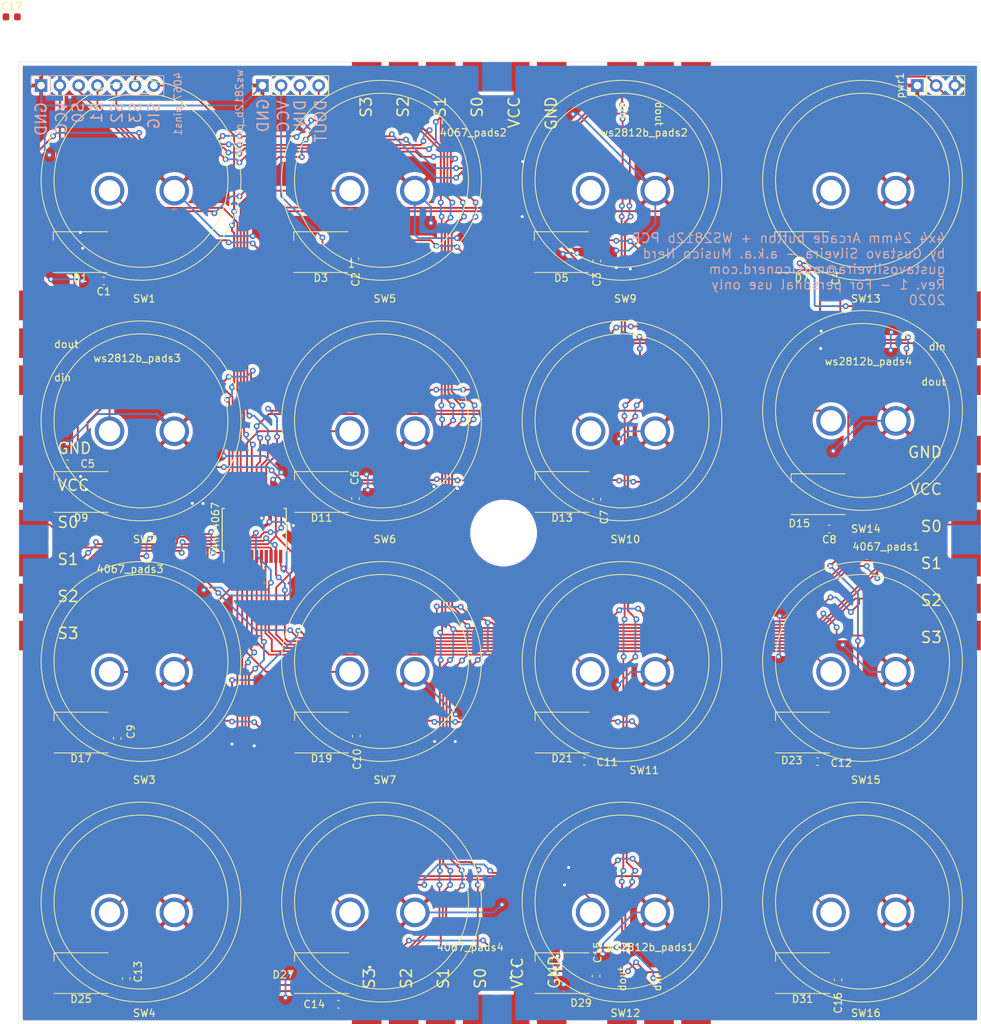
<source format=kicad_pcb>
(kicad_pcb (version 20171130) (host pcbnew "(5.1.12-1-10_14)")
  (layers (0 F.Cu signal) (31 B.Cu signal) (34 B.Paste user hide) (35 F.Paste user) (36 B.SilkS user) (37 F.SilkS user) (38 B.Mask user) (39 F.Mask user) (44 Edge.Cuts user))
  (net 0 "")
  (net 1 GND)
  (net 2 VCC)
  (net 3 /S0)
  (net 4 /S1)
  (net 5 /S2)
  (net 6 /S3)
  (net 7 /SIG)
  (net 8 "Net-(D1-Pad2)")
  (net 9 /din)
  (net 10 "Net-(D13-Pad2)")
  (net 11 "Net-(D3-Pad2)")
  (net 12 "Net-(D15-Pad2)")
  (net 13 "Net-(D5-Pad2)")
  (net 14 "Net-(D11-Pad2)")
  (net 15 "Net-(D17-Pad2)")
  (net 16 "Net-(D19-Pad2)")
  (net 17 "Net-(D21-Pad2)")
  (net 18 "Net-(D23-Pad2)")
  (net 19 "Net-(D25-Pad2)")
  (net 20 "Net-(D27-Pad2)")
  (net 21 /dout)
  (net 22 /mux_14)
  (net 23 /mux_15)
  (net 24 /mux_0)
  (net 25 /mux_1)
  (net 26 /mux_12)
  (net 27 /mux_13)
  (net 28 /mux_2)
  (net 29 /mux_3)
  (net 30 /mux_11)
  (net 31 /mux_10)
  (net 32 /mux_5)
  (net 33 /mux_4)
  (net 34 /mux_9)
  (net 35 /mux_8)
  (net 36 /mux_7)
  (net 37 /mux_6)
  (net 38 "Net-(D7-Pad2)")
  (net 39 "Net-(D29-Pad2)")
  (net 40 "Net-(D11-Pad4)")
  (net 41 +5V)
  (module "Arcade:Arcade button 24mm" (layer F.Cu) (at 104 131)
    (fp_text reference SW7 (at 0.45 16) (layer F.SilkS))
    (fp_text value SW_SPST)
    (pad 1 thru_hole circle (at -4.25 1.4) (size 4 4) (drill 2.9) (layers *.Cu *.Mask) (net 33 /mux_4))
    (pad 2 thru_hole circle (at 4.5 1.4) (size 4 4) (drill 2.9) (layers *.Cu *.Mask) (net 1 GND))
  )
  (module "Arcade:Arcade button 24mm" (layer F.Cu) (at 71.5 98.5)
    (fp_text reference SW2 (at 0.45 16) (layer F.SilkS))
    (fp_text value SW_SPST)
    (pad 1 thru_hole circle (at -4.25 1.4) (size 4 4) (drill 2.9) (layers *.Cu *.Mask) (net 35 /mux_8))
    (pad 2 thru_hole circle (at 4.5 1.4) (size 4 4) (drill 2.9) (layers *.Cu *.Mask) (net 1 GND))
  )
  (module "Arcade:Arcade button 24mm" (layer F.Cu) (at 104 66)
    (fp_text reference SW5 (at 0.45 16) (layer F.SilkS))
    (fp_text value SW_SPST)
    (pad 1 thru_hole circle (at -4.25 1.4) (size 4 4) (drill 2.9) (layers *.Cu *.Mask) (net 31 /mux_10))
    (pad 2 thru_hole circle (at 4.5 1.4) (size 4 4) (drill 2.9) (layers *.Cu *.Mask) (net 1 GND))
  )
  (module "Arcade:Arcade button 24mm" (layer F.Cu) (at 169 163.5)
    (fp_text reference SW16 (at 0.45 15) (layer F.SilkS))
    (fp_text value SW_SPST)
    (pad 1 thru_hole circle (at -4.25 1.4) (size 4 4) (drill 2.9) (layers *.Cu *.Mask) (net 25 /mux_1))
    (pad 2 thru_hole circle (at 4.5 1.4) (size 4 4) (drill 2.9) (layers *.Cu *.Mask) (net 1 GND))
  )
  (module "Arcade:Arcade button 24mm" (layer F.Cu) (at 104 98.5)
    (fp_text reference SW6 (at 0.45 16) (layer F.SilkS))
    (fp_text value SW_SPST)
    (pad 1 thru_hole circle (at -4.25 1.4) (size 4 4) (drill 2.9) (layers *.Cu *.Mask) (net 30 /mux_11))
    (pad 2 thru_hole circle (at 4.5 1.4) (size 4 4) (drill 2.9) (layers *.Cu *.Mask) (net 1 GND))
  )
  (module 4Squared:MountingHole_2-5mm (layer F.Cu) (at 120.5 113.65)
    (fp_text reference REF** hide)
    (fp_text value MountingHole_2-5mm hide)
    (pad "" np_thru_hole circle (at 0 0) (size 8 8) (drill 8) (layers *.Cu *.Mask))
  )
  (module "Arcade:Arcade button 24mm" (layer F.Cu) (at 71.5 66)
    (fp_text reference SW1 (at 0.45 16) (layer F.SilkS))
    (fp_text value SW_SPST)
    (pad 2 thru_hole circle (at 4.5 1.4) (size 4 4) (drill 2.9) (layers *.Cu *.Mask) (net 1 GND))
    (pad 1 thru_hole circle (at -4.25 1.4) (size 4 4) (drill 2.9) (layers *.Cu *.Mask) (net 34 /mux_9))
  )
  (module LED_SMD:LED_WS2812B_PLCC4_5.0x5.0mm_P3.2mm (layer F.Cu) (at 63.3 75.7 180)
    (fp_text reference D1 (at 0 -3.5) (layer F.SilkS))
    (fp_text value WS2812B)
    (pad 1 smd rect (at -2.45 -1.6 180) (size 1.5 1) (layers F.Cu F.Paste F.Mask) (net 41 +5V))
    (pad 2 smd rect (at -2.45 1.6 180) (size 1.5 1) (layers F.Cu F.Paste F.Mask) (net 8 "Net-(D1-Pad2)"))
    (pad 4 smd rect (at 2.45 -1.6 180) (size 1.5 1) (layers F.Cu F.Paste F.Mask) (net 9 /din))
    (pad 3 smd rect (at 2.45 1.6 180) (size 1.5 1) (layers F.Cu F.Paste F.Mask) (net 1 GND))
  )
  (module Pads:Pad_connector_small (layer B.Cu) (at 119.6 178)
    (fp_text reference REF** hide)
    (fp_text value Pad_connector_small)
    (pad 1 smd rect (at 0 0) (size 4 4) (layers B.Cu B.Mask))
  )
  (module Pads:Pad_connector_small (layer B.Cu) (at 119.6 52)
    (fp_text reference REF** hide)
    (fp_text value Pad_connector_small)
    (pad 1 smd rect (at 0 0) (size 4 4) (layers B.Cu B.Mask))
  )
  (module Pads:Pad_connector_small (layer B.Cu) (at 183 114.55)
    (fp_text reference REF** hide)
    (fp_text value Pad_connector_small)
    (pad 1 smd rect (at 0 0) (size 4 4) (layers B.Cu B.Mask))
  )
  (module Pads:Pad_connector_small (layer B.Cu) (at 57 114.55)
    (fp_text reference REF** hide)
    (fp_text value Pad_connector_small)
    (pad 1 smd rect (at 0 0) (size 4 4) (layers B.Cu B.Mask))
  )
  (module Pads:pad_connector_small_6 (layer F.Cu) (at 183 102.5)
    (fp_text reference 4067_pads1 (at -10.83 13) (layer F.SilkS))
    (fp_text value Conn_01x06_Female)
    (pad 6 smd rect (at 0 25) (size 4 4) (layers F.Cu F.Mask) (net 6 /S3))
    (pad 5 smd rect (at 0 20) (size 4 4) (layers F.Cu F.Mask) (net 5 /S2))
    (pad 3 smd rect (at 0 10) (size 4 4) (layers F.Cu F.Mask) (net 3 /S0))
    (pad 4 smd rect (at 0 15) (size 4 4) (layers F.Cu F.Mask) (net 4 /S1))
    (pad 1 smd rect (at 0 0) (size 4 4) (layers F.Cu F.Mask) (net 1 GND))
    (pad 2 smd rect (at 0 5) (size 4 4) (layers F.Cu F.Mask) (net 2 VCC))
  )
  (module Pads:pad_connector_small_6 (layer F.Cu) (at 127 52 270)
    (fp_text reference 4067_pads2 (at 7.57 10.6) (layer F.SilkS))
    (fp_text value Conn_01x06_Female)
    (pad 6 smd rect (at 0 25 270) (size 4 4) (layers F.Cu F.Mask) (net 6 /S3))
    (pad 5 smd rect (at 0 20 270) (size 4 4) (layers F.Cu F.Mask) (net 5 /S2))
    (pad 3 smd rect (at 0 10 270) (size 4 4) (layers F.Cu F.Mask) (net 3 /S0))
    (pad 4 smd rect (at 0 15 270) (size 4 4) (layers F.Cu F.Mask) (net 4 /S1))
    (pad 1 smd rect (at 0 0 270) (size 4 4) (layers F.Cu F.Mask) (net 1 GND))
    (pad 2 smd rect (at 0 5 270) (size 4 4) (layers F.Cu F.Mask) (net 2 VCC))
  )
  (module Pads:pad_connector_small_6 (layer F.Cu) (at 57 102.5)
    (fp_text reference 4067_pads3 (at 13.03 16.03) (layer F.SilkS))
    (fp_text value Conn_01x06_Female)
    (pad 6 smd rect (at 0 25) (size 4 4) (layers F.Cu F.Mask) (net 6 /S3))
    (pad 5 smd rect (at 0 20) (size 4 4) (layers F.Cu F.Mask) (net 5 /S2))
    (pad 3 smd rect (at 0 10) (size 4 4) (layers F.Cu F.Mask) (net 3 /S0))
    (pad 4 smd rect (at 0 15) (size 4 4) (layers F.Cu F.Mask) (net 4 /S1))
    (pad 1 smd rect (at 0 0) (size 4 4) (layers F.Cu F.Mask) (net 1 GND))
    (pad 2 smd rect (at 0 5) (size 4 4) (layers F.Cu F.Mask) (net 2 VCC))
  )
  (module Pads:pad_connector_small_6 (layer F.Cu) (at 127 178 270)
    (fp_text reference 4067_pads4 (at -8.39 11.01) (layer F.SilkS))
    (fp_text value Conn_01x06_Female)
    (pad 6 smd rect (at 0 25 270) (size 4 4) (layers F.Cu F.Mask) (net 6 /S3))
    (pad 5 smd rect (at 0 20 270) (size 4 4) (layers F.Cu F.Mask) (net 5 /S2))
    (pad 3 smd rect (at 0 10 270) (size 4 4) (layers F.Cu F.Mask) (net 3 /S0))
    (pad 4 smd rect (at 0 15 270) (size 4 4) (layers F.Cu F.Mask) (net 4 /S1))
    (pad 1 smd rect (at 0 0 270) (size 4 4) (layers F.Cu F.Mask) (net 1 GND))
    (pad 2 smd rect (at 0 5 270) (size 4 4) (layers F.Cu F.Mask) (net 2 VCC))
  )
  (module Pads:pad_connector_small_2 (layer F.Cu) (at 57 88)
    (fp_text reference ws2812b_pads4 (at 112.79 2.48) (layer F.SilkS))
    (fp_text value Conn_01x02_Female)
    (pad 2 smd rect (at 0 5) (size 4 4) (layers F.Cu F.Mask) (net 9 /din))
    (pad 1 smd rect (at 0 0) (size 4 4) (layers F.Cu F.Mask) (net 21 /dout))
  )
  (module Pads:pad_connector_small_2 (layer F.Cu) (at 141.5 178 270)
    (fp_text reference ws2812b_pads1 (at -8.39 1.18) (layer F.SilkS))
    (fp_text value Conn_01x02_Female)
    (pad 2 smd rect (at 0 5 270) (size 4 4) (layers F.Cu F.Mask) (net 21 /dout))
    (pad 1 smd rect (at 0 0 270) (size 4 4) (layers F.Cu F.Mask) (net 9 /din))
  )
  (module Pads:pad_connector_small_2 (layer F.Cu) (at 183 88)
    (fp_text reference ws2812b_pads3 (at -112.02 2.04) (layer F.SilkS))
    (fp_text value Conn_01x02_Female)
    (pad 2 smd rect (at 0 5) (size 4 4) (layers F.Cu F.Mask) (net 21 /dout))
    (pad 1 smd rect (at 0 0) (size 4 4) (layers F.Cu F.Mask) (net 9 /din))
  )
  (module Pads:pad_connector_small_2 (layer F.Cu) (at 141.5 52 270)
    (fp_text reference ws2812b_pads2 (at 7.57 2.02) (layer F.SilkS))
    (fp_text value Conn_01x02_Female)
    (pad 2 smd rect (at 0 5 270) (size 4 4) (layers F.Cu F.Mask) (net 9 /din))
    (pad 1 smd rect (at 0 0 270) (size 4 4) (layers F.Cu F.Mask) (net 21 /dout))
  )
  (module "Arcade:Arcade button 24mm" (layer F.Cu) (at 71.5 131)
    (fp_text reference SW3 (at 0.45 16) (layer F.SilkS))
    (fp_text value SW_SPST)
    (pad 1 thru_hole circle (at -4.25 1.4) (size 4 4) (drill 2.9) (layers *.Cu *.Mask) (net 36 /mux_7))
    (pad 2 thru_hole circle (at 4.5 1.4) (size 4 4) (drill 2.9) (layers *.Cu *.Mask) (net 1 GND))
  )
  (module "Arcade:Arcade button 24mm" (layer F.Cu) (at 71.5 163.5)
    (fp_text reference SW4 (at 0.45 15) (layer F.SilkS))
    (fp_text value SW_SPST)
    (pad 1 thru_hole circle (at -4.25 1.4) (size 4 4) (drill 2.9) (layers *.Cu *.Mask) (net 37 /mux_6))
    (pad 2 thru_hole circle (at 4.5 1.4) (size 4 4) (drill 2.9) (layers *.Cu *.Mask) (net 1 GND))
  )
  (module "Arcade:Arcade button 24mm" (layer F.Cu) (at 104 163.5)
    (fp_text reference SW8 hide)
    (fp_text value SW_SPST)
    (pad 1 thru_hole circle (at -4.25 1.4) (size 4 4) (drill 2.9) (layers *.Cu *.Mask) (net 32 /mux_5))
    (pad 2 thru_hole circle (at 4.5 1.4) (size 4 4) (drill 2.9) (layers *.Cu *.Mask) (net 1 GND))
  )
  (module "Arcade:Arcade button 24mm" (layer F.Cu) (at 136.5 66)
    (fp_text reference SW9 (at 0.45 16) (layer F.SilkS))
    (fp_text value SW_SPST)
    (pad 1 thru_hole circle (at -4.25 1.4) (size 4 4) (drill 2.9) (layers *.Cu *.Mask) (net 26 /mux_12))
    (pad 2 thru_hole circle (at 4.5 1.4) (size 4 4) (drill 2.9) (layers *.Cu *.Mask) (net 1 GND))
  )
  (module "Arcade:Arcade button 24mm" (layer F.Cu) (at 136.5 98.5)
    (fp_text reference SW10 (at 0.45 16) (layer F.SilkS))
    (fp_text value SW_SPST)
    (pad 1 thru_hole circle (at -4.25 1.4) (size 4 4) (drill 2.9) (layers *.Cu *.Mask) (net 27 /mux_13))
    (pad 2 thru_hole circle (at 4.5 1.4) (size 4 4) (drill 2.9) (layers *.Cu *.Mask) (net 1 GND))
  )
  (module "Arcade:Arcade button 24mm" (layer F.Cu) (at 136.5 131)
    (fp_text reference SW11 (at 3 14.7) (layer F.SilkS))
    (fp_text value SW_SPST)
    (pad 1 thru_hole circle (at -4.25 1.4) (size 4 4) (drill 2.9) (layers *.Cu *.Mask) (net 28 /mux_2))
    (pad 2 thru_hole circle (at 4.5 1.4) (size 4 4) (drill 2.9) (layers *.Cu *.Mask) (net 1 GND))
  )
  (module "Arcade:Arcade button 24mm" (layer F.Cu) (at 136.5 163.5)
    (fp_text reference SW12 (at 0.45 15) (layer F.SilkS))
    (fp_text value SW_SPST)
    (pad 1 thru_hole circle (at -4.25 1.4) (size 4 4) (drill 2.9) (layers *.Cu *.Mask) (net 29 /mux_3))
    (pad 2 thru_hole circle (at 4.5 1.4) (size 4 4) (drill 2.9) (layers *.Cu *.Mask) (net 1 GND))
  )
  (module "Arcade:Arcade button 24mm" (layer F.Cu) (at 169 66)
    (fp_text reference SW13 (at 0.45 16) (layer F.SilkS))
    (fp_text value SW_SPST)
    (pad 1 thru_hole circle (at -4.25 1.4) (size 4 4) (drill 2.9) (layers *.Cu *.Mask) (net 22 /mux_14))
    (pad 2 thru_hole circle (at 4.5 1.4) (size 4 4) (drill 2.9) (layers *.Cu *.Mask) (net 1 GND))
  )
  (module "Arcade:Arcade button 24mm" (layer F.Cu) (at 169 97.1)
    (fp_text reference SW14 (at 0.45 16) (layer F.SilkS))
    (fp_text value SW_SPST)
    (pad 1 thru_hole circle (at -4.25 1.4) (size 4 4) (drill 2.9) (layers *.Cu *.Mask) (net 23 /mux_15))
    (pad 2 thru_hole circle (at 4.5 1.4) (size 4 4) (drill 2.9) (layers *.Cu *.Mask) (net 1 GND))
  )
  (module "Arcade:Arcade button 24mm" (layer F.Cu) (at 169 131)
    (fp_text reference SW15 (at 0.45 16) (layer F.SilkS))
    (fp_text value SW_SPST)
    (pad 1 thru_hole circle (at -4.25 1.4) (size 4 4) (drill 2.9) (layers *.Cu *.Mask) (net 24 /mux_0))
    (pad 2 thru_hole circle (at 4.5 1.4) (size 4 4) (drill 2.9) (layers *.Cu *.Mask) (net 1 GND))
  )
  (module Connector_PinHeader_2.54mm:PinHeader_1x07_P2.54mm_Vertical (layer B.Cu) (at 58 53.2 270)
    (fp_text reference 4067_pins1 (at 2.5 -18.5 270) (layer B.SilkS) (effects (justify mirror)))
    (fp_text value Conn_01x07_Female)
    (pad 1 thru_hole rect (at 0 0 270) (size 1.7 1.7) (drill 1) (layers *.Cu *.Mask) (net 1 GND))
    (pad 2 thru_hole oval (at 0 -2.54 270) (size 1.7 1.7) (drill 1) (layers *.Cu *.Mask) (net 2 VCC))
    (pad 3 thru_hole oval (at 0 -5.08 270) (size 1.7 1.7) (drill 1) (layers *.Cu *.Mask) (net 3 /S0))
    (pad 4 thru_hole oval (at 0 -7.62 270) (size 1.7 1.7) (drill 1) (layers *.Cu *.Mask) (net 4 /S1))
    (pad 5 thru_hole oval (at 0 -10.16 270) (size 1.7 1.7) (drill 1) (layers *.Cu *.Mask) (net 5 /S2))
    (pad 6 thru_hole oval (at 0 -12.7 270) (size 1.7 1.7) (drill 1) (layers *.Cu *.Mask) (net 6 /S3))
    (pad 7 thru_hole oval (at 0 -15.24 270) (size 1.7 1.7) (drill 1) (layers *.Cu *.Mask) (net 7 /SIG))
  )
  (module LED_SMD:LED_WS2812B_PLCC4_5.0x5.0mm_P3.2mm (layer F.Cu) (at 128.3 75.7 180)
    (fp_text reference D5 (at 0 -3.5) (layer F.SilkS))
    (fp_text value WS2812B)
    (pad 3 smd rect (at 2.45 1.6 180) (size 1.5 1) (layers F.Cu F.Paste F.Mask) (net 1 GND))
    (pad 4 smd rect (at 2.45 -1.6 180) (size 1.5 1) (layers F.Cu F.Paste F.Mask) (net 11 "Net-(D3-Pad2)"))
    (pad 2 smd rect (at -2.45 1.6 180) (size 1.5 1) (layers F.Cu F.Paste F.Mask) (net 13 "Net-(D5-Pad2)"))
    (pad 1 smd rect (at -2.45 -1.6 180) (size 1.5 1) (layers F.Cu F.Paste F.Mask) (net 41 +5V))
  )
  (module LED_SMD:LED_WS2812B_PLCC4_5.0x5.0mm_P3.2mm (layer F.Cu) (at 63.4 108.1 180)
    (fp_text reference D9 (at 0 -3.5) (layer F.SilkS))
    (fp_text value WS2812B)
    (pad 1 smd rect (at -2.45 -1.6 180) (size 1.5 1) (layers F.Cu F.Paste F.Mask) (net 41 +5V))
    (pad 2 smd rect (at -2.45 1.6 180) (size 1.5 1) (layers F.Cu F.Paste F.Mask) (net 40 "Net-(D11-Pad4)"))
    (pad 4 smd rect (at 2.45 -1.6 180) (size 1.5 1) (layers F.Cu F.Paste F.Mask) (net 38 "Net-(D7-Pad2)"))
    (pad 3 smd rect (at 2.45 1.6 180) (size 1.5 1) (layers F.Cu F.Paste F.Mask) (net 1 GND))
  )
  (module LED_SMD:LED_WS2812B_PLCC4_5.0x5.0mm_P3.2mm (layer F.Cu) (at 128.4 108.1 180)
    (fp_text reference D13 (at 0 -3.5) (layer F.SilkS))
    (fp_text value WS2812B)
    (pad 1 smd rect (at -2.45 -1.6 180) (size 1.5 1) (layers F.Cu F.Paste F.Mask) (net 41 +5V))
    (pad 2 smd rect (at -2.45 1.6 180) (size 1.5 1) (layers F.Cu F.Paste F.Mask) (net 10 "Net-(D13-Pad2)"))
    (pad 4 smd rect (at 2.45 -1.6 180) (size 1.5 1) (layers F.Cu F.Paste F.Mask) (net 14 "Net-(D11-Pad2)"))
    (pad 3 smd rect (at 2.45 1.6 180) (size 1.5 1) (layers F.Cu F.Paste F.Mask) (net 1 GND))
  )
  (module LED_SMD:LED_WS2812B_PLCC4_5.0x5.0mm_P3.2mm (layer F.Cu) (at 95.8 75.7 180)
    (fp_text reference D3 (at 0 -3.5) (layer F.SilkS))
    (fp_text value WS2812B)
    (fp_text user 1 (at -4.15 -1.6) (layer F.SilkS))
    (pad 1 smd rect (at -2.45 -1.6 180) (size 1.5 1) (layers F.Cu F.Paste F.Mask) (net 41 +5V))
    (pad 2 smd rect (at -2.45 1.6 180) (size 1.5 1) (layers F.Cu F.Paste F.Mask) (net 11 "Net-(D3-Pad2)"))
    (pad 4 smd rect (at 2.45 -1.6 180) (size 1.5 1) (layers F.Cu F.Paste F.Mask) (net 8 "Net-(D1-Pad2)"))
    (pad 3 smd rect (at 2.45 1.6 180) (size 1.5 1) (layers F.Cu F.Paste F.Mask) (net 1 GND))
  )
  (module LED_SMD:LED_WS2812B_PLCC4_5.0x5.0mm_P3.2mm (layer F.Cu) (at 160.8 75.7 180)
    (fp_text reference D7 (at 0 -3.5) (layer F.SilkS))
    (fp_text value WS2812B)
    (pad 3 smd rect (at 2.45 1.6 180) (size 1.5 1) (layers F.Cu F.Paste F.Mask) (net 1 GND))
    (pad 4 smd rect (at 2.45 -1.6 180) (size 1.5 1) (layers F.Cu F.Paste F.Mask) (net 13 "Net-(D5-Pad2)"))
    (pad 2 smd rect (at -2.45 1.6 180) (size 1.5 1) (layers F.Cu F.Paste F.Mask) (net 38 "Net-(D7-Pad2)"))
    (pad 1 smd rect (at -2.45 -1.6 180) (size 1.5 1) (layers F.Cu F.Paste F.Mask) (net 41 +5V))
  )
  (module LED_SMD:LED_WS2812B_PLCC4_5.0x5.0mm_P3.2mm (layer F.Cu) (at 95.9 108.1 180)
    (fp_text reference D11 (at 0 -3.5) (layer F.SilkS))
    (fp_text value WS2812B)
    (pad 1 smd rect (at -2.45 -1.6 180) (size 1.5 1) (layers F.Cu F.Paste F.Mask) (net 41 +5V))
    (pad 2 smd rect (at -2.45 1.6 180) (size 1.5 1) (layers F.Cu F.Paste F.Mask) (net 14 "Net-(D11-Pad2)"))
    (pad 4 smd rect (at 2.45 -1.6 180) (size 1.5 1) (layers F.Cu F.Paste F.Mask) (net 40 "Net-(D11-Pad4)"))
    (pad 3 smd rect (at 2.45 1.6 180) (size 1.5 1) (layers F.Cu F.Paste F.Mask) (net 1 GND))
  )
  (module LED_SMD:LED_WS2812B_PLCC4_5.0x5.0mm_P3.2mm (layer F.Cu) (at 163 108.4 180)
    (fp_text reference D15 (at 2.54 -3.95) (layer F.SilkS))
    (fp_text value WS2812B)
    (pad 1 smd rect (at -2.45 -1.6 180) (size 1.5 1) (layers F.Cu F.Paste F.Mask) (net 41 +5V))
    (pad 2 smd rect (at -2.45 1.6 180) (size 1.5 1) (layers F.Cu F.Paste F.Mask) (net 12 "Net-(D15-Pad2)"))
    (pad 4 smd rect (at 2.45 -1.6 180) (size 1.5 1) (layers F.Cu F.Paste F.Mask) (net 10 "Net-(D13-Pad2)"))
    (pad 3 smd rect (at 2.45 1.6 180) (size 1.5 1) (layers F.Cu F.Paste F.Mask) (net 1 GND))
  )
  (module LED_SMD:LED_WS2812B_PLCC4_5.0x5.0mm_P3.2mm (layer F.Cu) (at 63.4 140.6 180)
    (fp_text reference D17 (at 0 -3.5) (layer F.SilkS))
    (fp_text value WS2812B)
    (pad 1 smd rect (at -2.45 -1.6 180) (size 1.5 1) (layers F.Cu F.Paste F.Mask) (net 41 +5V))
    (pad 2 smd rect (at -2.45 1.6 180) (size 1.5 1) (layers F.Cu F.Paste F.Mask) (net 15 "Net-(D17-Pad2)"))
    (pad 4 smd rect (at 2.45 -1.6 180) (size 1.5 1) (layers F.Cu F.Paste F.Mask) (net 12 "Net-(D15-Pad2)"))
    (pad 3 smd rect (at 2.45 1.6 180) (size 1.5 1) (layers F.Cu F.Paste F.Mask) (net 1 GND))
  )
  (module LED_SMD:LED_WS2812B_PLCC4_5.0x5.0mm_P3.2mm (layer F.Cu) (at 128.4 140.6 180)
    (fp_text reference D21 (at 0 -3.5) (layer F.SilkS))
    (fp_text value WS2812B)
    (pad 3 smd rect (at 2.45 1.6 180) (size 1.5 1) (layers F.Cu F.Paste F.Mask) (net 1 GND))
    (pad 4 smd rect (at 2.45 -1.6 180) (size 1.5 1) (layers F.Cu F.Paste F.Mask) (net 16 "Net-(D19-Pad2)"))
    (pad 2 smd rect (at -2.45 1.6 180) (size 1.5 1) (layers F.Cu F.Paste F.Mask) (net 17 "Net-(D21-Pad2)"))
    (pad 1 smd rect (at -2.45 -1.6 180) (size 1.5 1) (layers F.Cu F.Paste F.Mask) (net 41 +5V))
  )
  (module LED_SMD:LED_WS2812B_PLCC4_5.0x5.0mm_P3.2mm (layer F.Cu) (at 63.4 173.1 180)
    (fp_text reference D25 (at 0 -3.5) (layer F.SilkS))
    (fp_text value WS2812B)
    (pad 1 smd rect (at -2.45 -1.6 180) (size 1.5 1) (layers F.Cu F.Paste F.Mask) (net 41 +5V))
    (pad 2 smd rect (at -2.45 1.6 180) (size 1.5 1) (layers F.Cu F.Paste F.Mask) (net 19 "Net-(D25-Pad2)"))
    (pad 4 smd rect (at 2.45 -1.6 180) (size 1.5 1) (layers F.Cu F.Paste F.Mask) (net 18 "Net-(D23-Pad2)"))
    (pad 3 smd rect (at 2.45 1.6 180) (size 1.5 1) (layers F.Cu F.Paste F.Mask) (net 1 GND))
  )
  (module LED_SMD:LED_WS2812B_PLCC4_5.0x5.0mm_P3.2mm (layer F.Cu) (at 128.4 173.1 180)
    (fp_text reference D29 (at -2.57 -4.03) (layer F.SilkS))
    (fp_text value WS2812B)
    (pad 1 smd rect (at -2.45 -1.6 180) (size 1.5 1) (layers F.Cu F.Paste F.Mask) (net 41 +5V))
    (pad 2 smd rect (at -2.45 1.6 180) (size 1.5 1) (layers F.Cu F.Paste F.Mask) (net 39 "Net-(D29-Pad2)"))
    (pad 4 smd rect (at 2.45 -1.6 180) (size 1.5 1) (layers F.Cu F.Paste F.Mask) (net 20 "Net-(D27-Pad2)"))
    (pad 3 smd rect (at 2.45 1.6 180) (size 1.5 1) (layers F.Cu F.Paste F.Mask) (net 1 GND))
  )
  (module LED_SMD:LED_WS2812B_PLCC4_5.0x5.0mm_P3.2mm (layer F.Cu) (at 95.9 140.6 180)
    (fp_text reference D19 (at 0 -3.5) (layer F.SilkS))
    (fp_text value WS2812B)
    (pad 1 smd rect (at -2.45 -1.6 180) (size 1.5 1) (layers F.Cu F.Paste F.Mask) (net 41 +5V))
    (pad 2 smd rect (at -2.45 1.6 180) (size 1.5 1) (layers F.Cu F.Paste F.Mask) (net 16 "Net-(D19-Pad2)"))
    (pad 4 smd rect (at 2.45 -1.6 180) (size 1.5 1) (layers F.Cu F.Paste F.Mask) (net 15 "Net-(D17-Pad2)"))
    (pad 3 smd rect (at 2.45 1.6 180) (size 1.5 1) (layers F.Cu F.Paste F.Mask) (net 1 GND))
  )
  (module LED_SMD:LED_WS2812B_PLCC4_5.0x5.0mm_P3.2mm (layer F.Cu) (at 160.9 140.6 180)
    (fp_text reference D23 (at 1.46 -3.76) (layer F.SilkS))
    (fp_text value WS2812B)
    (pad 1 smd rect (at -2.45 -1.6 180) (size 1.5 1) (layers F.Cu F.Paste F.Mask) (net 41 +5V))
    (pad 2 smd rect (at -2.45 1.6 180) (size 1.5 1) (layers F.Cu F.Paste F.Mask) (net 18 "Net-(D23-Pad2)"))
    (pad 4 smd rect (at 2.45 -1.6 180) (size 1.5 1) (layers F.Cu F.Paste F.Mask) (net 17 "Net-(D21-Pad2)"))
    (pad 3 smd rect (at 2.45 1.6 180) (size 1.5 1) (layers F.Cu F.Paste F.Mask) (net 1 GND))
  )
  (module LED_SMD:LED_WS2812B_PLCC4_5.0x5.0mm_P3.2mm (layer F.Cu) (at 95.9 173.1 180)
    (fp_text reference D27 (at 5.18 -0.21) (layer F.SilkS))
    (fp_text value WS2812B)
    (pad 1 smd rect (at -2.45 -1.6 180) (size 1.5 1) (layers F.Cu F.Paste F.Mask) (net 41 +5V))
    (pad 2 smd rect (at -2.45 1.6 180) (size 1.5 1) (layers F.Cu F.Paste F.Mask) (net 20 "Net-(D27-Pad2)"))
    (pad 4 smd rect (at 2.45 -1.6 180) (size 1.5 1) (layers F.Cu F.Paste F.Mask) (net 19 "Net-(D25-Pad2)"))
    (pad 3 smd rect (at 2.45 1.6 180) (size 1.5 1) (layers F.Cu F.Paste F.Mask) (net 1 GND))
  )
  (module LED_SMD:LED_WS2812B_PLCC4_5.0x5.0mm_P3.2mm (layer F.Cu) (at 160.9 173.1 180)
    (fp_text reference D31 (at 0 -3.5) (layer F.SilkS))
    (fp_text value WS2812B)
    (pad 3 smd rect (at 2.45 1.6 180) (size 1.5 1) (layers F.Cu F.Paste F.Mask) (net 1 GND))
    (pad 4 smd rect (at 2.45 -1.6 180) (size 1.5 1) (layers F.Cu F.Paste F.Mask) (net 39 "Net-(D29-Pad2)"))
    (pad 2 smd rect (at -2.45 1.6 180) (size 1.5 1) (layers F.Cu F.Paste F.Mask) (net 21 /dout))
    (pad 1 smd rect (at -2.45 -1.6 180) (size 1.5 1) (layers F.Cu F.Paste F.Mask) (net 41 +5V))
  )
  (module Capacitor_SMD:C_0603_1608Metric (layer F.Cu) (at 66.475 79.6 180)
    (fp_text reference C1 (at 0 -1.43) (layer F.SilkS))
    (fp_text value 100nF)
    (pad 2 smd roundrect (at 0.775 0 180) (size 0.9 0.95) (layers F.Cu F.Paste F.Mask) (net 1 GND))
    (pad 1 smd roundrect (at -0.775 0 180) (size 0.9 0.95) (layers F.Cu F.Paste F.Mask) (net 41 +5V))
  )
  (module Capacitor_SMD:C_0603_1608Metric (layer F.Cu) (at 100.4 76.6 90)
    (fp_text reference C2 (at -2.8 0.1 90) (layer F.SilkS))
    (fp_text value 100nF)
    (pad 1 smd roundrect (at -0.775 0 90) (size 0.9 0.95) (layers F.Cu F.Paste F.Mask) (net 41 +5V))
    (pad 2 smd roundrect (at 0.775 0 90) (size 0.9 0.95) (layers F.Cu F.Paste F.Mask) (net 1 GND))
  )
  (module Capacitor_SMD:C_0603_1608Metric (layer F.Cu) (at 133.1 76.9 90)
    (fp_text reference C3 (at -2.5 0 90) (layer F.SilkS))
    (fp_text value 100nF)
    (pad 1 smd roundrect (at -0.775 0 90) (size 0.9 0.95) (layers F.Cu F.Paste F.Mask) (net 41 +5V))
    (pad 2 smd roundrect (at 0.775 0 90) (size 0.9 0.95) (layers F.Cu F.Paste F.Mask) (net 1 GND))
  )
  (module Capacitor_SMD:C_0603_1608Metric (layer F.Cu) (at 165.2 75.9 90)
    (fp_text reference C4 (at -3.32 0.2 90) (layer F.SilkS))
    (fp_text value 100nF)
    (pad 1 smd roundrect (at -0.775 0 90) (size 0.9 0.95) (layers F.Cu F.Paste F.Mask) (net 41 +5V))
    (pad 2 smd roundrect (at 0.775 0 90) (size 0.9 0.95) (layers F.Cu F.Paste F.Mask) (net 1 GND))
  )
  (module Capacitor_SMD:C_0603_1608Metric (layer F.Cu) (at 61.575 104.3 180)
    (fp_text reference C5 (at -2.725 0) (layer F.SilkS))
    (fp_text value 100nF)
    (pad 1 smd roundrect (at -0.775 0 180) (size 0.9 0.95) (layers F.Cu F.Paste F.Mask) (net 41 +5V))
    (pad 2 smd roundrect (at 0.775 0 180) (size 0.9 0.95) (layers F.Cu F.Paste F.Mask) (net 1 GND))
  )
  (module Capacitor_SMD:C_0603_1608Metric (layer F.Cu) (at 100.48 108.985 90)
    (fp_text reference C6 (at 2.8 -0.1 90) (layer F.SilkS))
    (fp_text value 100nF)
    (pad 2 smd roundrect (at 0.775 0 90) (size 0.9 0.95) (layers F.Cu F.Paste F.Mask) (net 1 GND))
    (pad 1 smd roundrect (at -0.775 0 90) (size 0.9 0.95) (layers F.Cu F.Paste F.Mask) (net 41 +5V))
  )
  (module Capacitor_SMD:C_0603_1608Metric (layer F.Cu) (at 133.1 109.075 90)
    (fp_text reference C7 (at -2.425 1 90) (layer F.SilkS))
    (fp_text value 100nF)
    (pad 2 smd roundrect (at 0.775 0 90) (size 0.9 0.95) (layers F.Cu F.Paste F.Mask) (net 1 GND))
    (pad 1 smd roundrect (at -0.775 0 90) (size 0.9 0.95) (layers F.Cu F.Paste F.Mask) (net 41 +5V))
  )
  (module Capacitor_SMD:C_0603_1608Metric (layer F.Cu) (at 164.515 113.1 180)
    (fp_text reference C8 (at 0 -1.43) (layer F.SilkS))
    (fp_text value 100nF)
    (pad 2 smd roundrect (at 0.775 0 180) (size 0.9 0.95) (layers F.Cu F.Paste F.Mask) (net 1 GND))
    (pad 1 smd roundrect (at -0.775 0 180) (size 0.9 0.95) (layers F.Cu F.Paste F.Mask) (net 41 +5V))
  )
  (module Capacitor_SMD:C_0603_1608Metric (layer F.Cu) (at 68.295 141.37 90)
    (fp_text reference C9 (at 0.89 1.835 90) (layer F.SilkS))
    (fp_text value 100nF)
    (pad 2 smd roundrect (at 0.775 0 90) (size 0.9 0.95) (layers F.Cu F.Paste F.Mask) (net 1 GND))
    (pad 1 smd roundrect (at -0.775 0 90) (size 0.9 0.95) (layers F.Cu F.Paste F.Mask) (net 41 +5V))
  )
  (module Capacitor_SMD:C_0603_1608Metric (layer F.Cu) (at 100.6 141.075 90)
    (fp_text reference C10 (at -3.125 0.1 90) (layer F.SilkS))
    (fp_text value 100nF)
    (pad 2 smd roundrect (at 0.775 0 90) (size 0.9 0.95) (layers F.Cu F.Paste F.Mask) (net 1 GND))
    (pad 1 smd roundrect (at -0.775 0 90) (size 0.9 0.95) (layers F.Cu F.Paste F.Mask) (net 41 +5V))
  )
  (module Capacitor_SMD:C_0603_1608Metric (layer F.Cu) (at 131.425 144.5)
    (fp_text reference C11 (at 3.075 0.1) (layer F.SilkS))
    (fp_text value 100nF)
    (pad 2 smd roundrect (at 0.775 0) (size 0.9 0.95) (layers F.Cu F.Paste F.Mask) (net 1 GND))
    (pad 1 smd roundrect (at -0.775 0) (size 0.9 0.95) (layers F.Cu F.Paste F.Mask) (net 41 +5V))
  )
  (module Capacitor_SMD:C_0603_1608Metric (layer F.Cu) (at 162.935 144.52 180)
    (fp_text reference C12 (at -3.2 -0.2) (layer F.SilkS))
    (fp_text value 100nF)
    (pad 1 smd roundrect (at -0.775 0 180) (size 0.9 0.95) (layers F.Cu F.Paste F.Mask) (net 41 +5V))
    (pad 2 smd roundrect (at 0.775 0 180) (size 0.9 0.95) (layers F.Cu F.Paste F.Mask) (net 1 GND))
  )
  (module Capacitor_SMD:C_0603_1608Metric (layer F.Cu) (at 69.5 173.825 90)
    (fp_text reference C13 (at 0.925 1.6 90) (layer F.SilkS))
    (fp_text value 100nF)
    (pad 1 smd roundrect (at -0.775 0 90) (size 0.9 0.95) (layers F.Cu F.Paste F.Mask) (net 41 +5V))
    (pad 2 smd roundrect (at 0.775 0 90) (size 0.9 0.95) (layers F.Cu F.Paste F.Mask) (net 1 GND))
  )
  (module Capacitor_SMD:C_0603_1608Metric (layer F.Cu) (at 98.185 177.31 180)
    (fp_text reference C14 (at 3.275 0) (layer F.SilkS))
    (fp_text value 100nF)
    (pad 1 smd roundrect (at -0.775 0 180) (size 0.9 0.95) (layers F.Cu F.Paste F.Mask) (net 41 +5V))
    (pad 2 smd roundrect (at 0.775 0 180) (size 0.9 0.95) (layers F.Cu F.Paste F.Mask) (net 1 GND))
  )
  (module Capacitor_SMD:C_0603_1608Metric (layer F.Cu) (at 133 173.5 90)
    (fp_text reference C15 (at 3.2 0.2 90) (layer F.SilkS))
    (fp_text value 100nF)
    (pad 1 smd roundrect (at -0.775 0 90) (size 0.9 0.95) (layers F.Cu F.Paste F.Mask) (net 41 +5V))
    (pad 2 smd roundrect (at 0.775 0 90) (size 0.9 0.95) (layers F.Cu F.Paste F.Mask) (net 1 GND))
  )
  (module Capacitor_SMD:C_0603_1608Metric (layer F.Cu) (at 165.7 173.995 90)
    (fp_text reference C16 (at -3.125 0 90) (layer F.SilkS))
    (fp_text value 100nF)
    (pad 2 smd roundrect (at 0.775 0 90) (size 0.9 0.95) (layers F.Cu F.Paste F.Mask) (net 1 GND))
    (pad 1 smd roundrect (at -0.775 0 90) (size 0.9 0.95) (layers F.Cu F.Paste F.Mask) (net 41 +5V))
  )
  (module Connector_PinHeader_2.54mm:PinHeader_1x04_P2.54mm_Vertical (layer F.Cu) (at 87.9 53.2 90)
    (fp_text reference ws2812b_pins4 (at -3.5 -3.1 90) (layer B.SilkS) (effects (justify mirror)))
    (fp_text value Conn_01x04_Female)
    (pad 1 thru_hole rect (at 0 0 90) (size 1.7 1.7) (drill 1) (layers *.Cu *.Mask) (net 1 GND))
    (pad 2 thru_hole oval (at 0 2.54 90) (size 1.7 1.7) (drill 1) (layers *.Cu *.Mask) (net 41 +5V))
    (pad 3 thru_hole oval (at 0 5.08 90) (size 1.7 1.7) (drill 1) (layers *.Cu *.Mask) (net 9 /din))
    (pad 4 thru_hole oval (at 0 7.62 90) (size 1.7 1.7) (drill 1) (layers *.Cu *.Mask) (net 21 /dout))
  )
  (module Package_SO:SSOP-24_5.3x8.2mm_P0.65mm (layer F.Cu) (at 86.8 113.2 90)
    (fp_text reference 74hc4067 (at 0 -5.25 90) (layer F.SilkS))
    (fp_text value CD74HC4067M)
    (pad 1 smd rect (at -3.6 -3.575 90) (size 1.75 0.45) (layers F.Cu F.Paste F.Mask) (net 7 /SIG))
    (pad 2 smd rect (at -3.6 -2.925 90) (size 1.75 0.45) (layers F.Cu F.Paste F.Mask) (net 36 /mux_7))
    (pad 3 smd rect (at -3.6 -2.275 90) (size 1.75 0.45) (layers F.Cu F.Paste F.Mask) (net 37 /mux_6))
    (pad 4 smd rect (at -3.6 -1.625 90) (size 1.75 0.45) (layers F.Cu F.Paste F.Mask) (net 32 /mux_5))
    (pad 5 smd rect (at -3.6 -0.975 90) (size 1.75 0.45) (layers F.Cu F.Paste F.Mask) (net 33 /mux_4))
    (pad 6 smd rect (at -3.6 -0.325 90) (size 1.75 0.45) (layers F.Cu F.Paste F.Mask) (net 29 /mux_3))
    (pad 7 smd rect (at -3.6 0.325 90) (size 1.75 0.45) (layers F.Cu F.Paste F.Mask) (net 28 /mux_2))
    (pad 8 smd rect (at -3.6 0.975 90) (size 1.75 0.45) (layers F.Cu F.Paste F.Mask) (net 25 /mux_1))
    (pad 9 smd rect (at -3.6 1.625 90) (size 1.75 0.45) (layers F.Cu F.Paste F.Mask) (net 24 /mux_0))
    (pad 10 smd rect (at -3.6 2.275 90) (size 1.75 0.45) (layers F.Cu F.Paste F.Mask) (net 3 /S0))
    (pad 11 smd rect (at -3.6 2.925 90) (size 1.75 0.45) (layers F.Cu F.Paste F.Mask) (net 4 /S1))
    (pad 12 smd rect (at -3.6 3.575 90) (size 1.75 0.45) (layers F.Cu F.Paste F.Mask) (net 1 GND))
    (pad 13 smd rect (at 3.6 3.575 90) (size 1.75 0.45) (layers F.Cu F.Paste F.Mask) (net 6 /S3))
    (pad 14 smd rect (at 3.6 2.925 90) (size 1.75 0.45) (layers F.Cu F.Paste F.Mask) (net 5 /S2))
    (pad 15 smd rect (at 3.6 2.275 90) (size 1.75 0.45) (layers F.Cu F.Paste F.Mask) (net 1 GND))
    (pad 16 smd rect (at 3.6 1.625 90) (size 1.75 0.45) (layers F.Cu F.Paste F.Mask) (net 23 /mux_15))
    (pad 17 smd rect (at 3.6 0.975 90) (size 1.75 0.45) (layers F.Cu F.Paste F.Mask) (net 22 /mux_14))
    (pad 18 smd rect (at 3.6 0.325 90) (size 1.75 0.45) (layers F.Cu F.Paste F.Mask) (net 27 /mux_13))
    (pad 19 smd rect (at 3.6 -0.325 90) (size 1.75 0.45) (layers F.Cu F.Paste F.Mask) (net 26 /mux_12))
    (pad 20 smd rect (at 3.6 -0.975 90) (size 1.75 0.45) (layers F.Cu F.Paste F.Mask) (net 30 /mux_11))
    (pad 21 smd rect (at 3.6 -1.625 90) (size 1.75 0.45) (layers F.Cu F.Paste F.Mask) (net 31 /mux_10))
    (pad 22 smd rect (at 3.6 -2.275 90) (size 1.75 0.45) (layers F.Cu F.Paste F.Mask) (net 34 /mux_9))
    (pad 23 smd rect (at 3.6 -2.925 90) (size 1.75 0.45) (layers F.Cu F.Paste F.Mask) (net 35 /mux_8))
    (pad 24 smd rect (at 3.6 -3.575 90) (size 1.75 0.45) (layers F.Cu F.Paste F.Mask) (net 2 VCC))
  )
  (module Connector:Pad_connector_small (layer F.Cu) (at 146.5 52)
    (fp_text reference 5v1 hide)
    (fp_text value pad_5v)
    (pad 1 smd rect (at 0 0) (size 4 4) (layers F.Cu F.Mask) (net 41 +5V))
  )
  (module Connector:Pad_connector_small (layer F.Cu) (at 183 83)
    (fp_text reference 5v2 hide)
    (fp_text value pad_5v)
    (pad 1 smd rect (at 0 0) (size 4 4) (layers F.Cu F.Mask) (net 41 +5V))
  )
  (module Connector:Pad_connector_small (layer F.Cu) (at 57 82.9)
    (fp_text reference 5v3 hide)
    (fp_text value pad_5v)
    (pad 1 smd rect (at 0 0) (size 4 4) (layers F.Cu F.Mask) (net 41 +5V))
  )
  (module Connector:Pad_connector_small (layer F.Cu) (at 146.5 178)
    (fp_text reference 5v4 hide)
    (fp_text value pad_5v)
    (pad 1 smd rect (at 0 0) (size 4 4) (layers F.Cu F.Mask) (net 41 +5V))
  )
  (module Capacitor_SMD:C_0603_1608Metric (layer F.Cu) (at 54.025001 43.925001)
    (fp_text reference C17 (at 0 -1.43) (layer F.SilkS))
    (fp_text value 100nF)
    (pad 1 smd roundrect (at -0.775 0) (size 0.9 0.95) (layers F.Cu F.Paste F.Mask) (net 1 GND))
    (pad 2 smd roundrect (at 0.775 0) (size 0.9 0.95) (layers F.Cu F.Paste F.Mask) (net 2 VCC))
  )
  (module Connector_PinHeader_2.54mm:PinHeader_1x03_P2.54mm_Vertical (layer F.Cu) (at 176.4 53.2 90)
    (fp_text reference pwr1 (at 0 -2.33 90) (layer F.SilkS))
    (fp_text value Conn_01x03_Female)
    (pad 1 thru_hole rect (at 0 0 90) (size 1.7 1.7) (drill 1) (layers *.Cu *.Mask) (net 1 GND))
    (pad 2 thru_hole oval (at 0 2.54 90) (size 1.7 1.7) (drill 1) (layers *.Cu *.Mask) (net 41 +5V))
    (pad 3 thru_hole oval (at 0 5.08 90) (size 1.7 1.7) (drill 1) (layers *.Cu *.Mask) (net 2 VCC))
  )
  (gr_text GND (at 62.5 102.2) (layer F.SilkS) (effects (font (size 1.5 1.5) (thickness 0.2))))
  (gr_text S3 (at 61.642857 127.2) (layer F.SilkS) (effects (font (size 1.5 1.5) (thickness 0.2))))
  (gr_text VCC (at 62.357143 107.2) (layer F.SilkS) (effects (font (size 1.5 1.5) (thickness 0.2))))
  (gr_text S1 (at 61.642857 117.2) (layer F.SilkS) (effects (font (size 1.5 1.5) (thickness 0.2))))
  (gr_text S2 (at 61.642857 122.2) (layer F.SilkS) (effects (font (size 1.5 1.5) (thickness 0.2))))
  (gr_text S0 (at 61.642857 112.2) (layer F.SilkS) (effects (font (size 1.5 1.5) (thickness 0.2))))
  (gr_text DOUT (at 95.8 58 90) (layer B.SilkS) (effects (font (size 1.5 1.5) (thickness 0.2)) (justify mirror)))
  (gr_text "4x4 24mm Arcade button + WS2812b PCB\nby Gustavo Silveira - a.k.a. Musico Nerd\ngustavosilveira@musiconerd.com\nRev. 1 - For personal use only\n2020" (at 180.3 78) (layer B.SilkS) (effects (font (size 1.3 1.3)) (justify left mirror)))
  (gr_text dout (at 141.5 57.03 270) (layer F.SilkS) (effects (font (size 1 1))))
  (gr_text din (at 136.75 56.53 270) (layer F.SilkS) (effects (font (size 1 1))))
  (gr_text dout (at 136.53 173.89 90) (layer F.SilkS) (effects (font (size 1 1))))
  (gr_text din (at 141.28 174.39 90) (layer F.SilkS) (effects (font (size 1 1))))
  (gr_text VCC (at 90.75 57.357143 90) (layer B.SilkS) (effects (font (size 1.5 1.5) (thickness 0.2)) (justify mirror)))
  (gr_text GND (at 88 57.25 90) (layer B.SilkS) (effects (font (size 1.5 1.5) (thickness 0.2)) (justify mirror)))
  (gr_text DIN (at 93 57 90) (layer B.SilkS) (effects (font (size 1.5 1.5) (thickness 0.2)) (justify mirror)))
  (gr_text SIG (at 73.25 57.25 90) (layer B.SilkS) (effects (font (size 1.5 1.5) (thickness 0.2)) (justify mirror)))
  (gr_text S2 (at 68.25 56.857143 90) (layer B.SilkS) (effects (font (size 1.5 1.5) (thickness 0.2)) (justify mirror)))
  (gr_text VCC (at 60.75 57.571428 90) (layer B.SilkS) (effects (font (size 1.5 1.5) (thickness 0.2)) (justify mirror)))
  (gr_text S1 (at 65.5 56.857143 90) (layer B.SilkS) (effects (font (size 1.5 1.5) (thickness 0.2)) (justify mirror)))
  (gr_text S3 (at 70.75 56.857143 90) (layer B.SilkS) (effects (font (size 1.5 1.5) (thickness 0.2)) (justify mirror)))
  (gr_text S0 (at 63 56.857143 90) (layer B.SilkS) (effects (font (size 1.5 1.5) (thickness 0.2)) (justify mirror)))
  (gr_text GND (at 58 57.714286 90) (layer B.SilkS) (effects (font (size 1.5 1.5) (thickness 0.2)) (justify mirror)))
  (gr_text din (at 179.1 88.47) (layer F.SilkS) (effects (font (size 1 1))))
  (gr_text dout (at 178.6 93.22) (layer F.SilkS) (effects (font (size 1 1))))
  (gr_text S2 (at 106.92 56.107143 90) (layer F.SilkS) (effects (font (size 1.5 1.5) (thickness 0.2))))
  (gr_text VCC (at 121.92 56.821428 90) (layer F.SilkS) (effects (font (size 1.5 1.5) (thickness 0.2))))
  (gr_text S1 (at 111.92 56.107143 90) (layer F.SilkS) (effects (font (size 1.5 1.5) (thickness 0.2))))
  (gr_text S3 (at 101.92 56.107143 90) (layer F.SilkS) (effects (font (size 1.5 1.5) (thickness 0.2))))
  (gr_text S0 (at 116.92 56.107143 90) (layer F.SilkS) (effects (font (size 1.5 1.5) (thickness 0.2))))
  (gr_text GND (at 126.92 56.964286 90) (layer F.SilkS) (effects (font (size 1.5 1.5) (thickness 0.2))))
  (gr_text S0 (at 178.297143 112.74) (layer F.SilkS) (effects (font (size 1.5 1.5) (thickness 0.2))))
  (gr_text S2 (at 178.297143 122.74) (layer F.SilkS) (effects (font (size 1.5 1.5) (thickness 0.2))))
  (gr_text S1 (at 178.297143 117.74) (layer F.SilkS) (effects (font (size 1.5 1.5) (thickness 0.2))))
  (gr_text VCC (at 177.582858 107.74) (layer F.SilkS) (effects (font (size 1.5 1.5) (thickness 0.2))))
  (gr_text S3 (at 178.297143 127.74) (layer F.SilkS) (effects (font (size 1.5 1.5) (thickness 0.2))))
  (gr_text GND (at 177.44 102.74) (layer F.SilkS) (effects (font (size 1.5 1.5) (thickness 0.2))))
  (gr_text S1 (at 112.35 173.802857 90) (layer F.SilkS) (effects (font (size 1.5 1.5) (thickness 0.2))))
  (gr_text S2 (at 107.35 173.802857 90) (layer F.SilkS) (effects (font (size 1.5 1.5) (thickness 0.2))))
  (gr_text S3 (at 102.35 173.802857 90) (layer F.SilkS) (effects (font (size 1.5 1.5) (thickness 0.2))))
  (gr_text S0 (at 117.35 173.802857 90) (layer F.SilkS) (effects (font (size 1.5 1.5) (thickness 0.2))))
  (gr_text GND (at 127.35 172.945714 90) (layer F.SilkS) (effects (font (size 1.5 1.5) (thickness 0.2))))
  (gr_text VCC (at 122.35 173.088571 90) (layer F.SilkS) (effects (font (size 1.5 1.5) (thickness 0.2))))
  (gr_text dout (at 61.41 88.15) (layer F.SilkS) (effects (font (size 1 1))))
  (gr_text din (at 60.91 92.65) (layer F.SilkS) (effects (font (size 1 1))))
  (gr_line (start 55 180) (end 55 50) (layer Edge.Cuts) (width 0.05))
  (gr_line (start 185 180) (end 55 180) (layer Edge.Cuts) (width 0.05))
  (gr_line (start 185 50) (end 185 180) (layer Edge.Cuts) (width 0.05))
  (gr_line (start 55 50) (end 185 50) (layer Edge.Cuts) (width 0.05))
  (segment (start 58 53.2) (end 58 55.41) (width 0.25) (layer B.Cu) (net 1))
  (segment (start 58 55.41) (end 58.49 55.9) (width 0.25) (layer B.Cu) (net 1))
  (segment (start 85.2 55.9) (end 87.9 53.2) (width 0.25) (layer B.Cu) (net 1))
  (via (at 61.88 54.77) (size 0.8) (drill 0.4) (layers F.Cu B.Cu) (net 1))
  (segment (start 61.93 54.82) (end 61.88 54.77) (width 0.25) (layer B.Cu) (net 1))
  (segment (start 61.93 55.9) (end 61.93 54.82) (width 0.25) (layer B.Cu) (net 1))
  (segment (start 58.49 55.9) (end 61.93 55.9) (width 0.25) (layer B.Cu) (net 1))
  (segment (start 61.93 55.9) (end 85.2 55.9) (width 0.25) (layer B.Cu) (net 1))
  (via (at 61.57 101.57) (size 0.8) (drill 0.4) (layers F.Cu B.Cu) (net 1))
  (segment (start 65.565001 97.574999) (end 61.57 101.57) (width 0.25) (layer B.Cu) (net 1))
  (segment (start 73.674999 97.574999) (end 65.565001 97.574999) (width 0.25) (layer B.Cu) (net 1))
  (segment (start 76 99.9) (end 73.674999 97.574999) (width 0.25) (layer B.Cu) (net 1))
  (via (at 89.357347 106.422653) (size 0.8) (drill 0.4) (layers F.Cu B.Cu) (net 1))
  (segment (start 89.075 106.705) (end 89.357347 106.422653) (width 0.25) (layer F.Cu) (net 1))
  (segment (start 89.075 109.6) (end 89.075 106.705) (width 0.25) (layer F.Cu) (net 1))
  (via (at 90.452653 105.467347) (size 0.8) (drill 0.4) (layers F.Cu B.Cu) (net 1))
  (segment (start 89.497347 106.422653) (end 90.452653 105.467347) (width 0.25) (layer B.Cu) (net 1))
  (segment (start 89.357347 106.422653) (end 89.497347 106.422653) (width 0.25) (layer B.Cu) (net 1))
  (segment (start 91.485306 106.5) (end 93.45 106.5) (width 0.25) (layer F.Cu) (net 1))
  (segment (start 90.452653 105.467347) (end 91.485306 106.5) (width 0.25) (layer F.Cu) (net 1))
  (via (at 86.60003 73.529997) (size 0.8) (drill 0.4) (layers F.Cu B.Cu) (net 1))
  (segment (start 92.779997 73.529997) (end 86.60003 73.529997) (width 0.25) (layer F.Cu) (net 1))
  (segment (start 93.35 74.1) (end 92.779997 73.529997) (width 0.25) (layer F.Cu) (net 1))
  (segment (start 82.129997 73.529997) (end 76 67.4) (width 0.25) (layer B.Cu) (net 1))
  (segment (start 86.60003 73.529997) (end 82.129997 73.529997) (width 0.25) (layer B.Cu) (net 1))
  (via (at 114.20503 73.81) (size 0.8) (drill 0.4) (layers F.Cu B.Cu) (net 1))
  (segment (start 114.49503 74.1) (end 114.20503 73.81) (width 0.25) (layer F.Cu) (net 1))
  (segment (start 125.85 74.1) (end 114.49503 74.1) (width 0.25) (layer F.Cu) (net 1))
  (segment (start 108.5 68.670655) (end 108.5 67.4) (width 0.25) (layer B.Cu) (net 1))
  (segment (start 114.20503 73.81) (end 113.639345 73.81) (width 0.25) (layer B.Cu) (net 1))
  (via (at 135.725 75.49) (size 0.8) (drill 0.4) (layers F.Cu B.Cu) (net 1))
  (segment (start 137.448012 75.49) (end 135.725 75.49) (width 0.25) (layer B.Cu) (net 1))
  (segment (start 141 71.938012) (end 137.448012 75.49) (width 0.25) (layer B.Cu) (net 1))
  (segment (start 141 67.4) (end 141 71.938012) (width 0.25) (layer B.Cu) (net 1))
  (segment (start 133.735 75.49) (end 133.1 76.125) (width 0.25) (layer F.Cu) (net 1))
  (segment (start 135.725 75.49) (end 133.735 75.49) (width 0.25) (layer F.Cu) (net 1))
  (segment (start 159.375 75.125) (end 165.2 75.125) (width 0.25) (layer F.Cu) (net 1))
  (segment (start 158.35 74.1) (end 159.375 75.125) (width 0.25) (layer F.Cu) (net 1))
  (via (at 129.88 57.06) (size 0.8) (drill 0.4) (layers F.Cu B.Cu) (net 1))
  (segment (start 130.66 57.06) (end 129.88 57.06) (width 0.25) (layer B.Cu) (net 1))
  (segment (start 141 67.4) (end 130.66 57.06) (width 0.25) (layer B.Cu) (net 1))
  (segment (start 129.88 54.88) (end 127 52) (width 0.25) (layer F.Cu) (net 1))
  (segment (start 129.88 57.06) (end 129.88 54.88) (width 0.25) (layer F.Cu) (net 1))
  (via (at 172.81 88.96) (size 0.8) (drill 0.4) (layers F.Cu B.Cu) (net 1))
  (via (at 172.9 86.53) (size 0.8) (drill 0.4) (layers F.Cu B.Cu) (net 1))
  (segment (start 172.81 86.62) (end 172.9 86.53) (width 0.25) (layer B.Cu) (net 1))
  (segment (start 172.81 88.96) (end 172.81 86.62) (width 0.25) (layer B.Cu) (net 1))
  (via (at 136.1 100.93) (size 0.8) (drill 0.4) (layers F.Cu B.Cu) (net 1))
  (segment (start 137.13 99.9) (end 136.1 100.93) (width 0.25) (layer B.Cu) (net 1))
  (segment (start 141 99.9) (end 137.13 99.9) (width 0.25) (layer B.Cu) (net 1))
  (segment (start 163.74 113.1) (end 163.74 119.85077) (width 0.25) (layer F.Cu) (net 1))
  (segment (start 163.74 119.85077) (end 158.465881 125.124889) (width 0.25) (layer F.Cu) (net 1))
  (via (at 157.8 124.849899) (size 0.8) (drill 0.4) (layers F.Cu B.Cu) (net 1))
  (segment (start 158.07499 125.124889) (end 157.8 124.849899) (width 0.25) (layer F.Cu) (net 1))
  (segment (start 158.465881 125.124889) (end 158.07499 125.124889) (width 0.25) (layer F.Cu) (net 1))
  (via (at 157.64 130.349989) (size 0.8) (drill 0.4) (layers F.Cu B.Cu) (net 1))
  (segment (start 157.8 130.189989) (end 157.64 130.349989) (width 0.25) (layer B.Cu) (net 1))
  (segment (start 157.8 124.849899) (end 157.8 130.189989) (width 0.25) (layer B.Cu) (net 1))
  (segment (start 158.45 131.159989) (end 158.45 139) (width 0.25) (layer F.Cu) (net 1))
  (segment (start 157.64 130.349989) (end 158.45 131.159989) (width 0.25) (layer F.Cu) (net 1))
  (via (at 135.955 134.16) (size 0.8) (drill 0.4) (layers F.Cu B.Cu) (net 1))
  (segment (start 137.715 132.4) (end 135.955 134.16) (width 0.25) (layer B.Cu) (net 1))
  (segment (start 141 132.4) (end 137.715 132.4) (width 0.25) (layer B.Cu) (net 1))
  (via (at 91.65 173.06) (size 0.8) (drill 0.4) (layers F.Cu B.Cu) (net 1))
  (segment (start 93.21 171.5) (end 91.65 173.06) (width 0.25) (layer F.Cu) (net 1))
  (segment (start 93.45 171.5) (end 93.21 171.5) (width 0.25) (layer F.Cu) (net 1))
  (segment (start 91.65 173.06) (end 91.03 173.68) (width 0.25) (layer B.Cu) (net 1))
  (via (at 91.03 176.43) (size 0.8) (drill 0.4) (layers F.Cu B.Cu) (net 1))
  (segment (start 91.03 173.68) (end 91.03 176.43) (width 0.25) (layer B.Cu) (net 1))
  (via (at 128.61 174.62) (size 0.8) (drill 0.4) (layers F.Cu B.Cu) (net 1))
  (segment (start 127 176.23) (end 128.61 174.62) (width 0.25) (layer F.Cu) (net 1))
  (segment (start 127 178) (end 127 176.23) (width 0.25) (layer F.Cu) (net 1))
  (segment (start 127.78 173.79) (end 127.78 170.78) (width 0.25) (layer B.Cu) (net 1))
  (via (at 127.78 170.78) (size 0.8) (drill 0.4) (layers F.Cu B.Cu) (net 1))
  (segment (start 128.61 174.62) (end 127.78 173.79) (width 0.25) (layer B.Cu) (net 1))
  (segment (start 126.67 170.78) (end 125.95 171.5) (width 0.25) (layer F.Cu) (net 1))
  (segment (start 127.78 170.78) (end 126.67 170.78) (width 0.25) (layer F.Cu) (net 1))
  (segment (start 119.21 164.9) (end 120.27 163.84) (width 0.25) (layer B.Cu) (net 1))
  (via (at 120.27 163.84) (size 0.8) (drill 0.4) (layers F.Cu B.Cu) (net 1))
  (segment (start 108.5 164.9) (end 119.21 164.9) (width 0.25) (layer B.Cu) (net 1))
  (segment (start 123.38641 139) (end 123.0964 138.70999) (width 0.25) (layer F.Cu) (net 1))
  (segment (start 125.95 139) (end 123.38641 139) (width 0.25) (layer F.Cu) (net 1))
  (via (at 114.02 138.13) (size 0.8) (drill 0.4) (layers F.Cu B.Cu) (net 1))
  (segment (start 114.59999 138.70999) (end 114.02 138.13) (width 0.25) (layer F.Cu) (net 1))
  (segment (start 123.0964 138.70999) (end 114.59999 138.70999) (width 0.25) (layer F.Cu) (net 1))
  (segment (start 108.5 132.61) (end 108.5 132.4) (width 0.25) (layer B.Cu) (net 1))
  (segment (start 114.02 138.13) (end 108.5 132.61) (width 0.25) (layer B.Cu) (net 1))
  (via (at 166.33 128.75) (size 0.8) (drill 0.4) (layers F.Cu B.Cu) (net 1))
  (segment (start 169.98 132.4) (end 166.33 128.75) (width 0.25) (layer B.Cu) (net 1))
  (segment (start 173.5 132.4) (end 169.98 132.4) (width 0.25) (layer B.Cu) (net 1))
  (via (at 90.76 118.45) (size 0.8) (drill 0.4) (layers F.Cu B.Cu) (net 1))
  (segment (start 90.375 118.065) (end 90.76 118.45) (width 0.25) (layer F.Cu) (net 1))
  (segment (start 90.375 116.8) (end 90.375 118.065) (width 0.25) (layer F.Cu) (net 1))
  (via (at 79.98 121.35) (size 0.8) (drill 0.4) (layers F.Cu B.Cu) (net 1))
  (segment (start 80.312654 121.017346) (end 79.98 121.35) (width 0.25) (layer B.Cu) (net 1))
  (segment (start 82.300348 121.017346) (end 80.312654 121.017346) (width 0.25) (layer B.Cu) (net 1))
  (segment (start 83.368003 122.085001) (end 82.300348 121.017346) (width 0.25) (layer B.Cu) (net 1))
  (segment (start 91.288001 122.085001) (end 83.368003 122.085001) (width 0.25) (layer B.Cu) (net 1))
  (segment (start 91.665001 121.708001) (end 91.288001 122.085001) (width 0.25) (layer B.Cu) (net 1))
  (segment (start 91.665001 119.355001) (end 91.665001 121.708001) (width 0.25) (layer B.Cu) (net 1))
  (segment (start 90.76 118.45) (end 91.665001 119.355001) (width 0.25) (layer B.Cu) (net 1))
  (segment (start 91.175001 112.601999) (end 90.703002 112.13) (width 0.25) (layer B.Cu) (net 1))
  (via (at 88.86 112.13) (size 0.8) (drill 0.4) (layers F.Cu B.Cu) (net 1))
  (segment (start 91.175001 118.034999) (end 91.175001 112.601999) (width 0.25) (layer B.Cu) (net 1))
  (segment (start 90.703002 112.13) (end 88.86 112.13) (width 0.25) (layer B.Cu) (net 1))
  (segment (start 90.76 118.45) (end 91.175001 118.034999) (width 0.25) (layer B.Cu) (net 1))
  (segment (start 89.075 111.915) (end 89.075 109.6) (width 0.25) (layer F.Cu) (net 1))
  (segment (start 88.86 112.13) (end 89.075 111.915) (width 0.25) (layer F.Cu) (net 1))
  (segment (start 88.225306 103.24) (end 82.69999 103.24) (width 0.25) (layer B.Cu) (net 1))
  (via (at 82.69999 103.24) (size 0.8) (drill 0.4) (layers F.Cu B.Cu) (net 1))
  (segment (start 90.452653 105.467347) (end 88.225306 103.24) (width 0.25) (layer B.Cu) (net 1))
  (segment (start 169.1 98.5) (end 165.03 102.57) (width 0.25) (layer B.Cu) (net 1))
  (via (at 165.03 102.57) (size 0.8) (drill 0.4) (layers F.Cu B.Cu) (net 1))
  (segment (start 173.5 98.5) (end 169.1 98.5) (width 0.25) (layer B.Cu) (net 1))
  (segment (start 164.84 102.38) (end 165.03 102.57) (width 0.25) (layer F.Cu) (net 1))
  (via (at 130.435154 75.824846) (size 0.8) (drill 0.4) (layers F.Cu B.Cu) (net 1))
  (segment (start 130.735308 76.125) (end 130.435154 75.824846) (width 0.25) (layer F.Cu) (net 1))
  (segment (start 133.1 76.125) (end 130.735308 76.125) (width 0.25) (layer F.Cu) (net 1))
  (segment (start 130.435154 75.824846) (end 128.655154 75.824846) (width 0.25) (layer B.Cu) (net 1))
  (via (at 128.519848 75.960152) (size 0.8) (drill 0.4) (layers F.Cu B.Cu) (net 1))
  (segment (start 128.655154 75.824846) (end 128.519848 75.960152) (width 0.25) (layer B.Cu) (net 1))
  (via (at 59.12 62.59) (size 0.8) (drill 0.4) (layers F.Cu B.Cu) (net 1))
  (segment (start 58.49 61.96) (end 59.12 62.59) (width 0.25) (layer B.Cu) (net 1))
  (segment (start 58.49 55.9) (end 58.49 61.96) (width 0.25) (layer B.Cu) (net 1))
  (via (at 59.33 79.37) (size 0.8) (drill 0.4) (layers F.Cu B.Cu) (net 1))
  (segment (start 59.33 75.62) (end 59.33 79.37) (width 0.25) (layer F.Cu) (net 1))
  (segment (start 60.85 74.1) (end 59.33 75.62) (width 0.25) (layer F.Cu) (net 1))
  (segment (start 63.32 79.37) (end 63.55 79.6) (width 0.25) (layer B.Cu) (net 1))
  (via (at 63.55 79.6) (size 0.8) (drill 0.4) (layers F.Cu B.Cu) (net 1))
  (segment (start 59.33 79.37) (end 63.32 79.37) (width 0.25) (layer B.Cu) (net 1))
  (segment (start 63.55 79.6) (end 65.7 79.6) (width 0.25) (layer F.Cu) (net 1))
  (via (at 102.14 107.82) (size 0.8) (drill 0.4) (layers F.Cu B.Cu) (net 1))
  (segment (start 101.75 108.21) (end 102.14 107.82) (width 0.25) (layer F.Cu) (net 1))
  (segment (start 100.48 108.21) (end 101.75 108.21) (width 0.25) (layer F.Cu) (net 1))
  (via (at 101.98 105.72) (size 0.8) (drill 0.4) (layers F.Cu B.Cu) (net 1))
  (segment (start 102.14 105.88) (end 101.98 105.72) (width 0.25) (layer B.Cu) (net 1))
  (segment (start 102.14 107.82) (end 102.14 105.88) (width 0.25) (layer B.Cu) (net 1))
  (segment (start 114.20503 73.81) (end 108.97 73.81) (width 0.25) (layer B.Cu) (net 1))
  (segment (start 108.5 73.34) (end 108.5 67.4) (width 0.25) (layer B.Cu) (net 1))
  (segment (start 108.97 73.81) (end 108.5 73.34) (width 0.25) (layer B.Cu) (net 1))
  (via (at 110.68 71.77) (size 0.8) (drill 0.4) (layers F.Cu B.Cu) (net 1))
  (segment (start 110.68 69.58) (end 110.68 71.77) (width 0.25) (layer B.Cu) (net 1))
  (segment (start 108.5 67.4) (end 110.68 69.58) (width 0.25) (layer B.Cu) (net 1))
  (via (at 133.93 170.5) (size 0.8) (drill 0.4) (layers F.Cu B.Cu) (net 1))
  (segment (start 133.93 169.141573) (end 133.93 170.5) (width 0.25) (layer B.Cu) (net 1))
  (segment (start 138.171573 164.9) (end 133.93 169.141573) (width 0.25) (layer B.Cu) (net 1))
  (segment (start 141 164.9) (end 138.171573 164.9) (width 0.25) (layer B.Cu) (net 1))
  (segment (start 133.93 171.795) (end 133 172.725) (width 0.25) (layer F.Cu) (net 1))
  (segment (start 133.93 170.5) (end 133.93 171.795) (width 0.25) (layer F.Cu) (net 1))
  (segment (start 65.75 77.3) (end 66.7 77.3) (width 0.25) (layer F.Cu) (net 2))
  (segment (start 67.25 77.85) (end 67.25 79.6) (width 0.25) (layer F.Cu) (net 2))
  (segment (start 66.7 77.3) (end 67.25 77.85) (width 0.25) (layer F.Cu) (net 2))
  (segment (start 132.725 77.3) (end 133.1 77.675) (width 0.25) (layer F.Cu) (net 2))
  (segment (start 130.75 77.3) (end 132.725 77.3) (width 0.25) (layer F.Cu) (net 2))
  (segment (start 164.575 77.3) (end 165.2 76.675) (width 0.25) (layer F.Cu) (net 2))
  (segment (start 163.25 77.3) (end 164.575 77.3) (width 0.25) (layer F.Cu) (net 2))
  (segment (start 132.95 109.7) (end 133.1 109.85) (width 0.25) (layer F.Cu) (net 2))
  (segment (start 130.85 109.7) (end 132.95 109.7) (width 0.25) (layer F.Cu) (net 2))
  (segment (start 65.85 142.2) (end 68.125 142.2) (width 0.25) (layer F.Cu) (net 2))
  (segment (start 100.25 142.2) (end 100.6 141.85) (width 0.25) (layer F.Cu) (net 2))
  (segment (start 98.35 142.2) (end 100.25 142.2) (width 0.25) (layer F.Cu) (net 2))
  (segment (start 69.4 174.7) (end 69.5 174.6) (width 0.25) (layer F.Cu) (net 2))
  (segment (start 65.85 174.7) (end 69.4 174.7) (width 0.25) (layer F.Cu) (net 2))
  (segment (start 132.575 174.7) (end 133 174.275) (width 0.25) (layer F.Cu) (net 2))
  (segment (start 130.85 174.7) (end 132.575 174.7) (width 0.25) (layer F.Cu) (net 2))
  (segment (start 98.35 174.7) (end 98.35 175.63) (width 0.25) (layer F.Cu) (net 2))
  (segment (start 98.96 176.24) (end 98.96 177.31) (width 0.25) (layer F.Cu) (net 2))
  (segment (start 98.35 175.63) (end 98.96 176.24) (width 0.25) (layer F.Cu) (net 2))
  (via (at 63.62 75.18) (size 0.8) (drill 0.4) (layers F.Cu B.Cu) (net 2))
  (segment (start 65.75 77.3) (end 65.74 77.3) (width 0.25) (layer F.Cu) (net 2))
  (via (at 63.3 73.05) (size 0.8) (drill 0.4) (layers F.Cu B.Cu) (net 2))
  (segment (start 63.62 73.37) (end 63.3 73.05) (width 0.25) (layer B.Cu) (net 2))
  (segment (start 63.62 75.18) (end 63.62 73.37) (width 0.25) (layer B.Cu) (net 2))
  (segment (start 60.54 70.29) (end 60.54 53.2) (width 0.25) (layer F.Cu) (net 2))
  (segment (start 63.3 73.05) (end 60.54 70.29) (width 0.25) (layer F.Cu) (net 2))
  (segment (start 67.25 79.6) (end 67.25 80.075) (width 0.25) (layer F.Cu) (net 2))
  (segment (start 67.25 80.075) (end 62.96001 84.36499) (width 0.25) (layer F.Cu) (net 2))
  (segment (start 62.96001 103.68999) (end 62.35 104.3) (width 0.25) (layer F.Cu) (net 2))
  (segment (start 62.96001 84.36499) (end 62.96001 103.68999) (width 0.25) (layer F.Cu) (net 2))
  (segment (start 61.785002 107.5) (end 57 107.5) (width 0.25) (layer F.Cu) (net 2))
  (segment (start 62.35 106.935002) (end 61.785002 107.5) (width 0.25) (layer F.Cu) (net 2))
  (via (at 64.12 107.76) (size 0.8) (drill 0.4) (layers F.Cu B.Cu) (net 2))
  (segment (start 65.85 109.49) (end 64.12 107.76) (width 0.25) (layer F.Cu) (net 2))
  (segment (start 65.85 109.7) (end 65.85 109.49) (width 0.25) (layer F.Cu) (net 2))
  (via (at 63.327347 106.007347) (size 0.8) (drill 0.4) (layers F.Cu B.Cu) (net 2))
  (segment (start 64.12 106.8) (end 63.327347 106.007347) (width 0.25) (layer B.Cu) (net 2))
  (segment (start 64.12 107.76) (end 64.12 106.8) (width 0.25) (layer B.Cu) (net 2))
  (segment (start 63.327347 106.007347) (end 62.682653 106.007347) (width 0.25) (layer F.Cu) (net 2))
  (segment (start 62.682653 106.007347) (end 62.35 106.34) (width 0.25) (layer F.Cu) (net 2))
  (segment (start 62.35 106.34) (end 62.35 106.935002) (width 0.25) (layer F.Cu) (net 2))
  (segment (start 62.35 104.3) (end 62.35 106.34) (width 0.25) (layer F.Cu) (net 2))
  (via (at 123.08 63.47) (size 0.8) (drill 0.4) (layers F.Cu B.Cu) (net 2))
  (segment (start 122 62.39) (end 123.08 63.47) (width 0.25) (layer F.Cu) (net 2))
  (segment (start 122 52) (end 122 62.39) (width 0.25) (layer F.Cu) (net 2))
  (segment (start 123.08 70.840011) (end 123.02 70.900011) (width 0.25) (layer B.Cu) (net 2))
  (via (at 123.02 70.900011) (size 0.8) (drill 0.4) (layers F.Cu B.Cu) (net 2))
  (segment (start 123.08 63.47) (end 123.08 70.840011) (width 0.25) (layer B.Cu) (net 2))
  (segment (start 130.75 77.164998) (end 130.75 77.3) (width 0.25) (layer F.Cu) (net 2))
  (segment (start 124.485013 70.900011) (end 130.75 77.164998) (width 0.25) (layer F.Cu) (net 2))
  (segment (start 123.02 70.900011) (end 124.485013 70.900011) (width 0.25) (layer F.Cu) (net 2))
  (segment (start 135.6 77.675) (end 135.725 77.8) (width 0.25) (layer F.Cu) (net 2))
  (via (at 135.725 77.8) (size 0.8) (drill 0.4) (layers F.Cu B.Cu) (net 2))
  (segment (start 133.1 77.675) (end 135.6 77.675) (width 0.25) (layer F.Cu) (net 2))
  (via (at 137.62501 77.97) (size 0.8) (drill 0.4) (layers F.Cu B.Cu) (net 2))
  (segment (start 137.45501 77.8) (end 137.62501 77.97) (width 0.25) (layer B.Cu) (net 2))
  (segment (start 135.725 77.8) (end 137.45501 77.8) (width 0.25) (layer B.Cu) (net 2))
  (segment (start 137.62501 77.97) (end 142.30001 77.97) (width 0.25) (layer F.Cu) (net 2))
  (segment (start 162.424999 78.125001) (end 163.25 77.3) (width 0.25) (layer F.Cu) (net 2))
  (segment (start 142.455011 78.125001) (end 162.424999 78.125001) (width 0.25) (layer F.Cu) (net 2))
  (segment (start 142.30001 77.97) (end 142.455011 78.125001) (width 0.25) (layer F.Cu) (net 2))
  (segment (start 163.25 86.20498) (end 163.42 86.37498) (width 0.25) (layer F.Cu) (net 2))
  (via (at 163.42 86.37498) (size 0.8) (drill 0.4) (layers F.Cu B.Cu) (net 2))
  (segment (start 163.25 77.3) (end 163.25 86.20498) (width 0.25) (layer F.Cu) (net 2))
  (via (at 163.34 88.725) (size 0.8) (drill 0.4) (layers F.Cu B.Cu) (net 2))
  (segment (start 163.42 88.645) (end 163.34 88.725) (width 0.25) (layer B.Cu) (net 2))
  (segment (start 163.42 86.37498) (end 163.42 88.645) (width 0.25) (layer B.Cu) (net 2))
  (segment (start 171.55 107.5) (end 183 107.5) (width 0.25) (layer F.Cu) (net 2))
  (segment (start 167.075001 103.025001) (end 171.55 107.5) (width 0.25) (layer F.Cu) (net 2))
  (segment (start 167.075001 92.460001) (end 167.075001 103.025001) (width 0.25) (layer F.Cu) (net 2))
  (segment (start 163.34 88.725) (end 167.075001 92.460001) (width 0.25) (layer F.Cu) (net 2))
  (via (at 129.28 158.82498) (size 0.8) (drill 0.4) (layers F.Cu B.Cu) (net 2))
  (segment (start 130.65 157.45498) (end 129.28 158.82498) (width 0.25) (layer F.Cu) (net 2))
  (segment (start 130.65 144.5) (end 130.65 157.45498) (width 0.25) (layer F.Cu) (net 2))
  (via (at 128.73 161.175) (size 0.8) (drill 0.4) (layers F.Cu B.Cu) (net 2))
  (segment (start 128.73 159.37498) (end 128.73 161.175) (width 0.25) (layer B.Cu) (net 2))
  (segment (start 129.28 158.82498) (end 128.73 159.37498) (width 0.25) (layer B.Cu) (net 2))
  (segment (start 128.73 161.175) (end 128.73 172.58) (width 0.25) (layer F.Cu) (net 2))
  (via (at 121.48 173.71) (size 0.8) (drill 0.4) (layers F.Cu B.Cu) (net 2))
  (segment (start 122 174.23) (end 121.48 173.71) (width 0.25) (layer F.Cu) (net 2))
  (segment (start 122 178) (end 122 174.23) (width 0.25) (layer F.Cu) (net 2))
  (segment (start 121.48 173.01) (end 122.32 172.17) (width 0.25) (layer B.Cu) (net 2))
  (via (at 122.32 172.17) (size 0.8) (drill 0.4) (layers F.Cu B.Cu) (net 2))
  (segment (start 121.48 173.71) (end 121.48 173.01) (width 0.25) (layer B.Cu) (net 2))
  (segment (start 122.97 172.82) (end 128.97 172.82) (width 0.25) (layer F.Cu) (net 2))
  (segment (start 128.97 172.82) (end 130.85 174.7) (width 0.25) (layer F.Cu) (net 2))
  (segment (start 122.32 172.17) (end 122.97 172.82) (width 0.25) (layer F.Cu) (net 2))
  (segment (start 128.73 172.58) (end 128.97 172.82) (width 0.25) (layer F.Cu) (net 2))
  (via (at 102.42 172.3) (size 0.8) (drill 0.4) (layers F.Cu B.Cu) (net 2))
  (segment (start 100.02 174.7) (end 102.42 172.3) (width 0.25) (layer F.Cu) (net 2))
  (segment (start 98.35 174.7) (end 100.02 174.7) (width 0.25) (layer F.Cu) (net 2))
  (segment (start 122.19 172.3) (end 122.32 172.17) (width 0.25) (layer B.Cu) (net 2))
  (segment (start 102.42 172.3) (end 122.19 172.3) (width 0.25) (layer B.Cu) (net 2))
  (segment (start 70.425001 175.525001) (end 97.524999 175.525001) (width 0.25) (layer F.Cu) (net 2))
  (segment (start 97.524999 175.525001) (end 98.35 174.7) (width 0.25) (layer F.Cu) (net 2))
  (segment (start 69.5 174.6) (end 70.425001 175.525001) (width 0.25) (layer F.Cu) (net 2))
  (segment (start 130.65 142.4) (end 130.85 142.2) (width 0.25) (layer F.Cu) (net 2))
  (segment (start 130.65 144.5) (end 130.65 142.4) (width 0.25) (layer F.Cu) (net 2))
  (via (at 111.165 141.81) (size 0.8) (drill 0.4) (layers F.Cu B.Cu) (net 2))
  (segment (start 111.125 141.85) (end 111.165 141.81) (width 0.25) (layer F.Cu) (net 2))
  (segment (start 100.6 141.85) (end 111.125 141.85) (width 0.25) (layer F.Cu) (net 2))
  (via (at 113.96503 141.81) (size 0.8) (drill 0.4) (layers F.Cu B.Cu) (net 2))
  (segment (start 111.165 141.81) (end 113.96503 141.81) (width 0.25) (layer B.Cu) (net 2))
  (segment (start 116.65503 144.5) (end 130.65 144.5) (width 0.25) (layer F.Cu) (net 2))
  (segment (start 113.96503 141.81) (end 116.65503 144.5) (width 0.25) (layer F.Cu) (net 2))
  (via (at 83.8 142.16) (size 0.8) (drill 0.4) (layers F.Cu B.Cu) (net 2))
  (segment (start 83.785 142.145) (end 83.8 142.16) (width 0.25) (layer F.Cu) (net 2))
  (segment (start 68.295 142.145) (end 83.785 142.145) (width 0.25) (layer F.Cu) (net 2))
  (segment (start 86.57002 142.16) (end 86.80002 142.39) (width 0.25) (layer B.Cu) (net 2))
  (via (at 86.80002 142.39) (size 0.8) (drill 0.4) (layers F.Cu B.Cu) (net 2))
  (segment (start 83.8 142.16) (end 86.57002 142.16) (width 0.25) (layer B.Cu) (net 2))
  (segment (start 97.524999 143.025001) (end 98.35 142.2) (width 0.25) (layer F.Cu) (net 2))
  (segment (start 87.435021 143.025001) (end 97.524999 143.025001) (width 0.25) (layer F.Cu) (net 2))
  (segment (start 86.80002 142.39) (end 87.435021 143.025001) (width 0.25) (layer F.Cu) (net 2))
  (via (at 78.435 109.64) (size 0.8) (drill 0.4) (layers F.Cu B.Cu) (net 2))
  (segment (start 78.375 109.7) (end 78.435 109.64) (width 0.25) (layer F.Cu) (net 2))
  (segment (start 79.855 109.64) (end 79.885 109.67) (width 0.25) (layer B.Cu) (net 2))
  (via (at 79.885 109.67) (size 0.8) (drill 0.4) (layers F.Cu B.Cu) (net 2))
  (segment (start 78.435 109.64) (end 79.855 109.64) (width 0.25) (layer B.Cu) (net 2))
  (segment (start 83.155 109.67) (end 83.225 109.6) (width 0.25) (layer F.Cu) (net 2))
  (segment (start 79.885 109.67) (end 83.155 109.67) (width 0.25) (layer F.Cu) (net 2))
  (segment (start 83.225 110.725) (end 84.7 112.2) (width 0.25) (layer F.Cu) (net 2))
  (segment (start 83.225 109.6) (end 83.225 110.725) (width 0.25) (layer F.Cu) (net 2))
  (via (at 87.8 111.63) (size 0.8) (drill 0.4) (layers F.Cu B.Cu) (net 2))
  (segment (start 87.23 112.2) (end 87.8 111.63) (width 0.25) (layer F.Cu) (net 2))
  (segment (start 84.7 112.2) (end 87.23 112.2) (width 0.25) (layer F.Cu) (net 2))
  (via (at 92.09 112.63) (size 0.8) (drill 0.4) (layers F.Cu B.Cu) (net 2))
  (segment (start 88.199999 111.230001) (end 90.690001 111.230001) (width 0.25) (layer B.Cu) (net 2))
  (segment (start 90.690001 111.230001) (end 92.09 112.63) (width 0.25) (layer B.Cu) (net 2))
  (segment (start 87.8 111.63) (end 88.199999 111.230001) (width 0.25) (layer B.Cu) (net 2))
  (segment (start 95.42 112.63) (end 98.35 109.7) (width 0.25) (layer F.Cu) (net 2))
  (segment (start 92.09 112.63) (end 95.42 112.63) (width 0.25) (layer F.Cu) (net 2))
  (segment (start 98.35 108.95) (end 100.34999 106.95001) (width 0.25) (layer F.Cu) (net 2))
  (segment (start 98.35 109.7) (end 98.35 108.95) (width 0.25) (layer F.Cu) (net 2))
  (via (at 111.09 107.39) (size 0.8) (drill 0.4) (layers F.Cu B.Cu) (net 2))
  (segment (start 110.65001 106.95001) (end 111.09 107.39) (width 0.25) (layer F.Cu) (net 2))
  (segment (start 100.34999 106.95001) (end 110.65001 106.95001) (width 0.25) (layer F.Cu) (net 2))
  (via (at 114.26503 107.64) (size 0.8) (drill 0.4) (layers F.Cu B.Cu) (net 2))
  (segment (start 114.01503 107.39) (end 114.26503 107.64) (width 0.25) (layer B.Cu) (net 2))
  (segment (start 111.09 107.39) (end 114.01503 107.39) (width 0.25) (layer B.Cu) (net 2))
  (segment (start 130.024999 110.525001) (end 130.85 109.7) (width 0.25) (layer F.Cu) (net 2))
  (segment (start 124.228591 110.525001) (end 130.024999 110.525001) (width 0.25) (layer F.Cu) (net 2))
  (segment (start 121.34359 107.64) (end 124.228591 110.525001) (width 0.25) (layer F.Cu) (net 2))
  (segment (start 114.26503 107.64) (end 121.34359 107.64) (width 0.25) (layer F.Cu) (net 2))
  (segment (start 100.42 109.7) (end 100.48 109.76) (width 0.25) (layer F.Cu) (net 2))
  (segment (start 98.35 109.7) (end 100.42 109.7) (width 0.25) (layer F.Cu) (net 2))
  (segment (start 65.74 77.3) (end 63.62 75.18) (width 0.25) (layer F.Cu) (net 2))
  (segment (start 65.85 109.7) (end 78.375 109.7) (width 0.25) (layer F.Cu) (net 2))
  (segment (start 89.075 115.764998) (end 88.910001 115.599999) (width 0.25) (layer F.Cu) (net 3))
  (segment (start 89.075 116.8) (end 89.075 115.764998) (width 0.25) (layer F.Cu) (net 3))
  (segment (start 59.17 112.5) (end 57 112.5) (width 0.25) (layer F.Cu) (net 3))
  (segment (start 62.269999 115.599999) (end 59.17 112.5) (width 0.25) (layer F.Cu) (net 3))
  (segment (start 183 112.5) (end 176.74575 112.5) (width 0.25) (layer F.Cu) (net 3))
  (segment (start 92.825051 127.824949) (end 92.704949 127.824949) (width 0.25) (layer F.Cu) (net 3))
  (segment (start 91.665 126.785) (end 91.665 126.77) (width 0.25) (layer F.Cu) (net 3))
  (via (at 91.665 126.77) (size 0.8) (drill 0.4) (layers F.Cu B.Cu) (net 3))
  (segment (start 92.704949 127.824949) (end 91.665 126.785) (width 0.25) (layer F.Cu) (net 3))
  (via (at 81.952347 121.742347) (size 0.8) (drill 0.4) (layers F.Cu B.Cu) (net 3))
  (segment (start 86.98 126.77) (end 81.952347 121.742347) (width 0.25) (layer B.Cu) (net 3))
  (segment (start 91.665 126.77) (end 86.98 126.77) (width 0.25) (layer B.Cu) (net 3))
  (segment (start 80.499999 120.289999) (end 80.499999 115.599999) (width 0.25) (layer F.Cu) (net 3))
  (segment (start 81.952347 121.742347) (end 80.499999 120.289999) (width 0.25) (layer F.Cu) (net 3))
  (segment (start 80.499999 115.599999) (end 62.269999 115.599999) (width 0.25) (layer F.Cu) (net 3))
  (segment (start 88.910001 115.599999) (end 80.499999 115.599999) (width 0.25) (layer F.Cu) (net 3))
  (via (at 117.01 161.175) (size 0.8) (drill 0.4) (layers F.Cu B.Cu) (net 3))
  (segment (start 117 161.185) (end 117.01 161.175) (width 0.25) (layer F.Cu) (net 3))
  (segment (start 117 178) (end 117 161.185) (width 0.25) (layer F.Cu) (net 3))
  (via (at 117.12 159.14) (size 0.8) (drill 0.4) (layers F.Cu B.Cu) (net 3))
  (segment (start 117.01 159.25) (end 117.12 159.14) (width 0.25) (layer B.Cu) (net 3))
  (segment (start 117.01 161.175) (end 117.01 159.25) (width 0.25) (layer B.Cu) (net 3))
  (segment (start 117.12 159.14) (end 116.071795 158.091795) (width 0.25) (layer F.Cu) (net 3))
  (segment (start 114.461795 158.091795) (end 113.24003 156.87003) (width 0.25) (layer F.Cu) (net 3))
  (segment (start 116.071795 158.091795) (end 114.461795 158.091795) (width 0.25) (layer F.Cu) (net 3))
  (via (at 117.01 130.799999) (size 0.8) (drill 0.4) (layers F.Cu B.Cu) (net 3))
  (segment (start 113.24003 134.569969) (end 117.01 130.799999) (width 0.25) (layer F.Cu) (net 3))
  (segment (start 113.24003 156.87003) (end 113.24003 134.569969) (width 0.25) (layer F.Cu) (net 3))
  (via (at 118.36 125.749919) (size 0.8) (drill 0.4) (layers F.Cu B.Cu) (net 3))
  (segment (start 118.36 129.449999) (end 118.36 125.749919) (width 0.25) (layer B.Cu) (net 3))
  (segment (start 117.01 130.799999) (end 118.36 129.449999) (width 0.25) (layer B.Cu) (net 3))
  (segment (start 110.765051 127.824949) (end 92.825051 127.824949) (width 0.25) (layer F.Cu) (net 3))
  (segment (start 161.420801 127.824949) (end 110.765051 127.824949) (width 0.25) (layer F.Cu) (net 3))
  (segment (start 171.860751 117.384999) (end 172.267875 116.977875) (width 0.25) (layer F.Cu) (net 3))
  (segment (start 167.478591 117.384999) (end 171.860751 117.384999) (width 0.25) (layer F.Cu) (net 3))
  (segment (start 118.925685 125.749919) (end 119.200675 126.024909) (width 0.25) (layer F.Cu) (net 3))
  (segment (start 158.838681 126.024909) (end 167.478591 117.384999) (width 0.25) (layer F.Cu) (net 3))
  (segment (start 118.36 125.749919) (end 118.925685 125.749919) (width 0.25) (layer F.Cu) (net 3))
  (segment (start 119.200675 126.024909) (end 158.838681 126.024909) (width 0.25) (layer F.Cu) (net 3))
  (segment (start 172.267875 116.977875) (end 161.420801 127.824949) (width 0.25) (layer F.Cu) (net 3))
  (segment (start 176.74575 112.5) (end 172.267875 116.977875) (width 0.25) (layer F.Cu) (net 3))
  (via (at 116.44 98.299999) (size 0.8) (drill 0.4) (layers F.Cu B.Cu) (net 3))
  (segment (start 114.484999 100.254999) (end 116.44 98.299999) (width 0.25) (layer F.Cu) (net 3))
  (segment (start 113.54003 101.199968) (end 114.484999 100.254999) (width 0.25) (layer F.Cu) (net 3))
  (segment (start 115.34824 125.301759) (end 113.54003 123.493549) (width 0.25) (layer F.Cu) (net 3))
  (segment (start 117.91184 125.301759) (end 115.34824 125.301759) (width 0.25) (layer F.Cu) (net 3))
  (segment (start 113.54003 123.493549) (end 113.54003 101.199968) (width 0.25) (layer F.Cu) (net 3))
  (segment (start 118.36 125.749919) (end 117.91184 125.301759) (width 0.25) (layer F.Cu) (net 3))
  (via (at 116.58 96.399989) (size 0.8) (drill 0.4) (layers F.Cu B.Cu) (net 3))
  (segment (start 116.44 96.539989) (end 116.58 96.399989) (width 0.25) (layer B.Cu) (net 3))
  (segment (start 116.44 98.299999) (end 116.44 96.539989) (width 0.25) (layer B.Cu) (net 3))
  (segment (start 116.58 96.399989) (end 115.854999 95.674988) (width 0.25) (layer F.Cu) (net 3))
  (segment (start 115.854999 95.674988) (end 114.631398 95.674988) (width 0.25) (layer F.Cu) (net 3))
  (segment (start 114.631398 95.674988) (end 113.898205 94.941795) (width 0.25) (layer F.Cu) (net 3))
  (segment (start 113.898205 94.941795) (end 113.48003 94.52362) (width 0.25) (layer F.Cu) (net 3))
  (segment (start 113.48003 94.52362) (end 113.48003 73.20997) (width 0.25) (layer F.Cu) (net 3))
  (segment (start 113.48003 73.20997) (end 113.48003 73.206391) (width 0.25) (layer F.Cu) (net 3))
  (segment (start 113.48003 73.206391) (end 114.526421 72.16) (width 0.25) (layer F.Cu) (net 3))
  (via (at 116.7 70.93) (size 0.8) (drill 0.4) (layers F.Cu B.Cu) (net 3))
  (segment (start 115.47 72.16) (end 116.7 70.93) (width 0.25) (layer F.Cu) (net 3))
  (segment (start 114.526421 72.16) (end 115.47 72.16) (width 0.25) (layer F.Cu) (net 3))
  (via (at 116.73 69.000001) (size 0.8) (drill 0.4) (layers F.Cu B.Cu) (net 3))
  (segment (start 116.7 69.030001) (end 116.73 69.000001) (width 0.25) (layer B.Cu) (net 3))
  (segment (start 116.7 70.93) (end 116.7 69.030001) (width 0.25) (layer B.Cu) (net 3))
  (segment (start 116.73 69.000001) (end 115.771794 68.041795) (width 0.25) (layer F.Cu) (net 3))
  (segment (start 115.771794 68.041795) (end 114.788205 68.041795) (width 0.25) (layer F.Cu) (net 3))
  (segment (start 114.788205 68.041795) (end 113.360028 66.613618) (width 0.25) (layer F.Cu) (net 3))
  (segment (start 117 53.92) (end 117 52) (width 0.25) (layer F.Cu) (net 3))
  (segment (start 113.360028 57.559972) (end 117 53.92) (width 0.25) (layer F.Cu) (net 3))
  (segment (start 63.08 53.2) (end 63.08 53.94282) (width 0.25) (layer F.Cu) (net 3))
  (segment (start 63.08 53.94282) (end 71.1772 62.04002) (width 0.25) (layer F.Cu) (net 3))
  (via (at 82.921446 63.171428) (size 0.8) (drill 0.4) (layers F.Cu B.Cu) (net 3))
  (segment (start 81.790038 62.04002) (end 82.921446 63.171428) (width 0.25) (layer F.Cu) (net 3))
  (segment (start 71.1772 62.04002) (end 81.790038 62.04002) (width 0.25) (layer F.Cu) (net 3))
  (via (at 84.802653 63.6) (size 0.8) (drill 0.4) (layers F.Cu B.Cu) (net 3))
  (segment (start 84.374081 63.171428) (end 84.802653 63.6) (width 0.25) (layer B.Cu) (net 3))
  (segment (start 82.921446 63.171428) (end 84.374081 63.171428) (width 0.25) (layer B.Cu) (net 3))
  (segment (start 84.802653 63.6) (end 86.272633 62.13002) (width 0.25) (layer F.Cu) (net 3))
  (segment (start 86.272633 62.13002) (end 87.52 62.13002) (width 0.25) (layer F.Cu) (net 3))
  (segment (start 87.52 62.13002) (end 108.61002 62.13002) (width 0.25) (layer F.Cu) (net 3))
  (via (at 111.03 62.83) (size 0.8) (drill 0.4) (layers F.Cu B.Cu) (net 3))
  (segment (start 109.31 62.83) (end 111.03 62.83) (width 0.25) (layer F.Cu) (net 3))
  (segment (start 108.61002 62.13002) (end 109.31 62.83) (width 0.25) (layer F.Cu) (net 3))
  (via (at 113.96 63.08) (size 0.8) (drill 0.4) (layers F.Cu B.Cu) (net 3))
  (segment (start 113.71 62.83) (end 113.96 63.08) (width 0.25) (layer B.Cu) (net 3))
  (segment (start 111.03 62.83) (end 113.71 62.83) (width 0.25) (layer B.Cu) (net 3))
  (segment (start 113.360028 63.679972) (end 113.360028 64.289972) (width 0.25) (layer F.Cu) (net 3))
  (segment (start 113.360028 64.289972) (end 113.360028 57.559972) (width 0.25) (layer F.Cu) (net 3))
  (segment (start 113.96 63.08) (end 113.360028 63.679972) (width 0.25) (layer F.Cu) (net 3))
  (segment (start 113.360028 66.613618) (end 113.360028 64.289972) (width 0.25) (layer F.Cu) (net 3))
  (segment (start 89.725 115.389692) (end 89.570307 115.234999) (width 0.25) (layer F.Cu) (net 4))
  (via (at 89.570307 115.234999) (size 0.8) (drill 0.4) (layers F.Cu B.Cu) (net 4))
  (segment (start 89.725 116.8) (end 89.725 115.389692) (width 0.25) (layer F.Cu) (net 4))
  (via (at 88.409853 114.344842) (size 0.8) (drill 0.4) (layers F.Cu B.Cu) (net 4))
  (segment (start 89.30001 115.234999) (end 88.409853 114.344842) (width 0.25) (layer B.Cu) (net 4))
  (segment (start 89.570307 115.234999) (end 89.30001 115.234999) (width 0.25) (layer B.Cu) (net 4))
  (segment (start 76.761999 114.149998) (end 76.384999 114.526998) (width 0.25) (layer F.Cu) (net 4))
  (segment (start 76.384999 114.985001) (end 76.220011 115.149989) (width 0.25) (layer F.Cu) (net 4))
  (segment (start 76.384999 114.526998) (end 76.384999 114.985001) (width 0.25) (layer F.Cu) (net 4))
  (via (at 65.414411 114.874999) (size 0.8) (drill 0.4) (layers F.Cu B.Cu) (net 4))
  (segment (start 65.689401 115.149989) (end 65.414411 114.874999) (width 0.25) (layer F.Cu) (net 4))
  (segment (start 76.220011 115.149989) (end 65.689401 115.149989) (width 0.25) (layer F.Cu) (net 4))
  (segment (start 65.414411 115.270588) (end 64.36 116.324999) (width 0.25) (layer B.Cu) (net 4))
  (via (at 64.36 116.324999) (size 0.8) (drill 0.4) (layers F.Cu B.Cu) (net 4))
  (segment (start 65.414411 114.874999) (end 65.414411 115.270588) (width 0.25) (layer B.Cu) (net 4))
  (segment (start 63.184999 117.5) (end 57 117.5) (width 0.25) (layer F.Cu) (net 4))
  (segment (start 64.36 116.324999) (end 63.184999 117.5) (width 0.25) (layer F.Cu) (net 4))
  (segment (start 77.579998 114.229998) (end 78.049979 114.699979) (width 0.25) (layer F.Cu) (net 4))
  (segment (start 77.579998 114.149998) (end 77.579998 114.229998) (width 0.25) (layer F.Cu) (net 4))
  (segment (start 77.579998 114.149998) (end 76.761999 114.149998) (width 0.25) (layer F.Cu) (net 4))
  (segment (start 88.054716 114.699979) (end 88.409853 114.344842) (width 0.25) (layer F.Cu) (net 4))
  (segment (start 78.049979 114.699979) (end 88.054716 114.699979) (width 0.25) (layer F.Cu) (net 4))
  (segment (start 183 117.5) (end 172.38216 117.5) (width 0.25) (layer F.Cu) (net 4))
  (segment (start 161.607201 128.274959) (end 91.324189 128.274959) (width 0.25) (layer F.Cu) (net 4))
  (segment (start 89.725 118.015) (end 89.725 116.8) (width 0.25) (layer F.Cu) (net 4))
  (via (at 90.94 121.36) (size 0.8) (drill 0.4) (layers F.Cu B.Cu) (net 4))
  (segment (start 90.94 127.89077) (end 90.94 121.36) (width 0.25) (layer F.Cu) (net 4))
  (segment (start 91.324189 128.274959) (end 90.94 127.89077) (width 0.25) (layer F.Cu) (net 4))
  (via (at 90.107347 119.647347) (size 0.8) (drill 0.4) (layers F.Cu B.Cu) (net 4))
  (segment (start 90.94 120.48) (end 90.107347 119.647347) (width 0.25) (layer B.Cu) (net 4))
  (segment (start 90.94 121.36) (end 90.94 120.48) (width 0.25) (layer B.Cu) (net 4))
  (segment (start 89.725 119.265) (end 89.725 116.8) (width 0.25) (layer F.Cu) (net 4))
  (segment (start 90.107347 119.647347) (end 89.725 119.265) (width 0.25) (layer F.Cu) (net 4))
  (segment (start 112 166.70282) (end 112.73002 165.9728) (width 0.25) (layer F.Cu) (net 4))
  (segment (start 112 178) (end 112 166.70282) (width 0.25) (layer F.Cu) (net 4))
  (via (at 114.91 161.29) (size 0.8) (drill 0.4) (layers F.Cu B.Cu) (net 4))
  (segment (start 112.73002 163.46998) (end 114.91 161.29) (width 0.25) (layer F.Cu) (net 4))
  (segment (start 112.73002 165.9728) (end 112.73002 163.46998) (width 0.25) (layer F.Cu) (net 4))
  (segment (start 114.91 159.29) (end 114.82 159.2) (width 0.25) (layer B.Cu) (net 4))
  (via (at 114.82 159.2) (size 0.8) (drill 0.4) (layers F.Cu B.Cu) (net 4))
  (segment (start 114.91 161.29) (end 114.91 159.29) (width 0.25) (layer B.Cu) (net 4))
  (segment (start 114.82 159.2) (end 112.79002 157.17002) (width 0.25) (layer F.Cu) (net 4))
  (segment (start 112.79002 157.17002) (end 112.79002 135.670022) (width 0.25) (layer F.Cu) (net 4))
  (segment (start 112.79002 132.95998) (end 114.88 130.87) (width 0.25) (layer F.Cu) (net 4))
  (via (at 114.88 130.87) (size 0.8) (drill 0.4) (layers F.Cu B.Cu) (net 4))
  (segment (start 112.79002 135.670022) (end 112.79002 132.95998) (width 0.25) (layer F.Cu) (net 4))
  (via (at 115.61 126.199929) (size 0.8) (drill 0.4) (layers F.Cu B.Cu) (net 4))
  (segment (start 115.61 130.14) (end 115.61 126.199929) (width 0.25) (layer B.Cu) (net 4))
  (segment (start 114.88 130.87) (end 115.61 130.14) (width 0.25) (layer B.Cu) (net 4))
  (segment (start 115.61 126.42) (end 115.664919 126.474919) (width 0.25) (layer F.Cu) (net 4))
  (segment (start 115.61 126.199929) (end 115.61 126.42) (width 0.25) (layer F.Cu) (net 4))
  (segment (start 115.664919 126.474919) (end 159.025081 126.474919) (width 0.25) (layer F.Cu) (net 4))
  (via (at 169.57 118.11) (size 0.8) (drill 0.4) (layers F.Cu B.Cu) (net 4))
  (segment (start 167.39 118.11) (end 169.57 118.11) (width 0.25) (layer F.Cu) (net 4))
  (segment (start 159.025081 126.474919) (end 167.39 118.11) (width 0.25) (layer F.Cu) (net 4))
  (via (at 170.99 119.75) (size 0.8) (drill 0.4) (layers F.Cu B.Cu) (net 4))
  (segment (start 169.57 118.33) (end 170.99 119.75) (width 0.25) (layer B.Cu) (net 4))
  (segment (start 169.57 118.11) (end 169.57 118.33) (width 0.25) (layer B.Cu) (net 4))
  (segment (start 170.99 118.89216) (end 171.38108 118.50108) (width 0.25) (layer F.Cu) (net 4))
  (segment (start 171.38108 118.50108) (end 161.607201 128.274959) (width 0.25) (layer F.Cu) (net 4))
  (segment (start 170.99 119.75) (end 170.99 118.89216) (width 0.25) (layer F.Cu) (net 4))
  (segment (start 172.38216 117.5) (end 171.38108 118.50108) (width 0.25) (layer F.Cu) (net 4))
  (segment (start 112 60.72718) (end 112.910018 61.6372) (width 0.25) (layer F.Cu) (net 4))
  (segment (start 112.910018 61.6372) (end 112.910018 66.800018) (width 0.25) (layer F.Cu) (net 4))
  (via (at 115.01 69.000001) (size 0.8) (drill 0.4) (layers F.Cu B.Cu) (net 4))
  (segment (start 115.01 68.9) (end 115.01 69.000001) (width 0.25) (layer F.Cu) (net 4))
  (segment (start 112.910018 66.800018) (end 115.01 68.9) (width 0.25) (layer F.Cu) (net 4))
  (via (at 115.15 70.900011) (size 0.8) (drill 0.4) (layers F.Cu B.Cu) (net 4))
  (segment (start 115.01 70.760011) (end 115.15 70.900011) (width 0.25) (layer B.Cu) (net 4))
  (segment (start 115.01 69.000001) (end 115.01 70.760011) (width 0.25) (layer B.Cu) (net 4))
  (segment (start 115.15 70.900011) (end 113.03002 73.019991) (width 0.25) (layer F.Cu) (net 4))
  (segment (start 113.03002 73.019991) (end 113.03002 94.71002) (width 0.25) (layer F.Cu) (net 4))
  (via (at 114.94 96.399989) (size 0.8) (drill 0.4) (layers F.Cu B.Cu) (net 4))
  (segment (start 114.719989 96.399989) (end 114.94 96.399989) (width 0.25) (layer F.Cu) (net 4))
  (segment (start 113.03002 94.71002) (end 114.719989 96.399989) (width 0.25) (layer F.Cu) (net 4))
  (via (at 115.06 98.299999) (size 0.8) (drill 0.4) (layers F.Cu B.Cu) (net 4))
  (segment (start 114.94 98.179999) (end 115.06 98.299999) (width 0.25) (layer B.Cu) (net 4))
  (segment (start 114.94 96.399989) (end 114.94 98.179999) (width 0.25) (layer B.Cu) (net 4))
  (segment (start 115.06 98.299999) (end 113.09002 100.269979) (width 0.25) (layer F.Cu) (net 4))
  (segment (start 113.09002 123.679949) (end 115.61 126.199929) (width 0.25) (layer F.Cu) (net 4))
  (segment (start 113.09002 100.269979) (end 113.09002 123.679949) (width 0.25) (layer F.Cu) (net 4))
  (segment (start 65.62 53.2) (end 65.62 55.84641) (width 0.25) (layer F.Cu) (net 4))
  (segment (start 65.62 55.84641) (end 71.3636 61.59001) (width 0.25) (layer F.Cu) (net 4))
  (via (at 83.31 62.25) (size 0.8) (drill 0.4) (layers F.Cu B.Cu) (net 4))
  (segment (start 82.65001 61.59001) (end 83.31 62.25) (width 0.25) (layer F.Cu) (net 4))
  (segment (start 71.3636 61.59001) (end 82.65001 61.59001) (width 0.25) (layer F.Cu) (net 4))
  (segment (start 84.652653 62.25) (end 84.802653 62.4) (width 0.25) (layer B.Cu) (net 4))
  (via (at 84.802653 62.4) (size 0.8) (drill 0.4) (layers F.Cu B.Cu) (net 4))
  (segment (start 83.31 62.25) (end 84.652653 62.25) (width 0.25) (layer B.Cu) (net 4))
  (segment (start 84.802653 62.4) (end 85.522643 61.68001) (width 0.25) (layer F.Cu) (net 4))
  (via (at 110.42 61.78) (size 0.8) (drill 0.4) (layers F.Cu B.Cu) (net 4))
  (segment (start 110.32001 61.68001) (end 110.42 61.78) (width 0.25) (layer F.Cu) (net 4))
  (segment (start 85.522643 61.68001) (end 110.32001 61.68001) (width 0.25) (layer F.Cu) (net 4))
  (segment (start 110.42 61.78) (end 111.35 60.85) (width 0.25) (layer B.Cu) (net 4))
  (via (at 111.35 58.11) (size 0.8) (drill 0.4) (layers F.Cu B.Cu) (net 4))
  (segment (start 111.35 60.85) (end 111.35 58.11) (width 0.25) (layer B.Cu) (net 4))
  (segment (start 111.35 58.11) (end 111.97 57.49) (width 0.25) (layer F.Cu) (net 4))
  (segment (start 111.97 57.49) (end 112 57.49) (width 0.25) (layer F.Cu) (net 4))
  (segment (start 112 57.49) (end 112 60.72718) (width 0.25) (layer F.Cu) (net 4))
  (segment (start 112 52) (end 112 57.49) (width 0.25) (layer F.Cu) (net 4))
  (segment (start 59.25 122.5) (end 65.699991 116.050009) (width 0.25) (layer F.Cu) (net 5))
  (segment (start 57 122.5) (end 59.25 122.5) (width 0.25) (layer F.Cu) (net 5))
  (via (at 77 116.324999) (size 0.8) (drill 0.4) (layers F.Cu B.Cu) (net 5))
  (segment (start 76.72501 116.050009) (end 77 116.324999) (width 0.25) (layer F.Cu) (net 5))
  (segment (start 65.699991 116.050009) (end 76.72501 116.050009) (width 0.25) (layer F.Cu) (net 5))
  (via (at 77.11 114.874999) (size 0.8) (drill 0.4) (layers F.Cu B.Cu) (net 5))
  (segment (start 77 114.984999) (end 77.11 114.874999) (width 0.25) (layer B.Cu) (net 5))
  (segment (start 77 116.324999) (end 77 114.984999) (width 0.25) (layer B.Cu) (net 5))
  (segment (start 77.11 114.874999) (end 77.38499 115.149989) (width 0.25) (layer F.Cu) (net 5))
  (segment (start 77.38499 115.149989) (end 88.630011 115.149989) (width 0.25) (layer F.Cu) (net 5))
  (segment (start 89.725 114.055) (end 89.725 109.6) (width 0.25) (layer F.Cu) (net 5))
  (segment (start 88.630011 115.149989) (end 89.725 114.055) (width 0.25) (layer F.Cu) (net 5))
  (segment (start 91.91 118.87) (end 91.91 116.24) (width 0.25) (layer F.Cu) (net 5))
  (segment (start 89.770001 121.009999) (end 91.91 118.87) (width 0.25) (layer F.Cu) (net 5))
  (segment (start 91.91 116.24) (end 89.725 114.055) (width 0.25) (layer F.Cu) (net 5))
  (segment (start 168.01857 122.5) (end 161.793601 128.724969) (width 0.25) (layer F.Cu) (net 5))
  (segment (start 89.770001 127.357181) (end 89.770001 121.009999) (width 0.25) (layer F.Cu) (net 5))
  (segment (start 91.137789 128.724969) (end 89.770001 127.357181) (width 0.25) (layer F.Cu) (net 5))
  (segment (start 161.793601 128.724969) (end 91.137789 128.724969) (width 0.25) (layer F.Cu) (net 5))
  (segment (start 107 178) (end 107 171.06641) (width 0.25) (layer F.Cu) (net 5))
  (via (at 113.27 161.175) (size 0.8) (drill 0.4) (layers F.Cu B.Cu) (net 5))
  (segment (start 112.28001 162.16499) (end 113.27 161.175) (width 0.25) (layer F.Cu) (net 5))
  (segment (start 112.28001 165.7864) (end 112.28001 162.16499) (width 0.25) (layer F.Cu) (net 5))
  (segment (start 107 171.06641) (end 112.28001 165.7864) (width 0.25) (layer F.Cu) (net 5))
  (via (at 113.31 159.27499) (size 0.8) (drill 0.4) (layers F.Cu B.Cu) (net 5))
  (segment (start 113.27 159.31499) (end 113.31 159.27499) (width 0.25) (layer B.Cu) (net 5))
  (segment (start 113.27 161.175) (end 113.27 159.31499) (width 0.25) (layer B.Cu) (net 5))
  (segment (start 113.31 159.27499) (end 112.34001 158.305) (width 0.25) (layer F.Cu) (net 5))
  (segment (start 112.34001 158.305) (end 112.34001 131.75) (width 0.25) (layer F.Cu) (net 5))
  (segment (start 112.34001 131.719989) (end 113.26 130.799999) (width 0.25) (layer F.Cu) (net 5))
  (via (at 113.26 130.799999) (size 0.8) (drill 0.4) (layers F.Cu B.Cu) (net 5))
  (segment (start 112.34001 131.75) (end 112.34001 131.719989) (width 0.25) (layer F.Cu) (net 5))
  (segment (start 113.7 130.359999) (end 113.7 126.649939) (width 0.25) (layer B.Cu) (net 5))
  (via (at 113.7 126.649939) (size 0.8) (drill 0.4) (layers F.Cu B.Cu) (net 5))
  (segment (start 113.26 130.799999) (end 113.7 130.359999) (width 0.25) (layer B.Cu) (net 5))
  (segment (start 113.899939 126.649939) (end 114.174929 126.924929) (width 0.25) (layer F.Cu) (net 5))
  (segment (start 113.7 126.649939) (end 113.899939 126.649939) (width 0.25) (layer F.Cu) (net 5))
  (segment (start 114.174929 126.924929) (end 160.005071 126.924929) (width 0.25) (layer F.Cu) (net 5))
  (via (at 164.67 122.34) (size 0.8) (drill 0.4) (layers F.Cu B.Cu) (net 5))
  (segment (start 164.59 122.34) (end 164.67 122.34) (width 0.25) (layer F.Cu) (net 5))
  (segment (start 160.005071 126.924929) (end 164.59 122.34) (width 0.25) (layer F.Cu) (net 5))
  (via (at 167.42 124.33) (size 0.8) (drill 0.4) (layers F.Cu B.Cu) (net 5))
  (segment (start 165.43 122.34) (end 167.42 124.33) (width 0.25) (layer B.Cu) (net 5))
  (segment (start 164.67 122.34) (end 165.43 122.34) (width 0.25) (layer B.Cu) (net 5))
  (segment (start 168.54 123.21) (end 168.54 122.5) (width 0.25) (layer F.Cu) (net 5))
  (segment (start 167.42 124.33) (end 168.54 123.21) (width 0.25) (layer F.Cu) (net 5))
  (segment (start 168.54 122.5) (end 168.01857 122.5) (width 0.25) (layer F.Cu) (net 5))
  (segment (start 183 122.5) (end 168.54 122.5) (width 0.25) (layer F.Cu) (net 5))
  (segment (start 113.7 126.649939) (end 112.64001 125.589949) (width 0.25) (layer F.Cu) (net 5))
  (via (at 113.68 98.43) (size 0.8) (drill 0.4) (layers F.Cu B.Cu) (net 5))
  (segment (start 112.64001 99.46999) (end 113.68 98.43) (width 0.25) (layer F.Cu) (net 5))
  (segment (start 112.64001 125.589949) (end 112.64001 99.46999) (width 0.25) (layer F.Cu) (net 5))
  (segment (start 113.68 96.499989) (end 113.58 96.399989) (width 0.25) (layer B.Cu) (net 5))
  (via (at 113.58 96.399989) (size 0.8) (drill 0.4) (layers F.Cu B.Cu) (net 5))
  (segment (start 113.68 98.43) (end 113.68 96.499989) (width 0.25) (layer B.Cu) (net 5))
  (segment (start 113.58 96.399989) (end 112.58001 95.399999) (width 0.25) (layer F.Cu) (net 5))
  (via (at 113.33 71.05) (size 0.8) (drill 0.4) (layers F.Cu B.Cu) (net 5))
  (segment (start 112.58001 71.79999) (end 113.33 71.05) (width 0.25) (layer F.Cu) (net 5))
  (segment (start 112.58001 95.399999) (end 112.58001 71.79999) (width 0.25) (layer F.Cu) (net 5))
  (via (at 113.57 69.000001) (size 0.8) (drill 0.4) (layers F.Cu B.Cu) (net 5))
  (segment (start 113.33 69.240001) (end 113.57 69.000001) (width 0.25) (layer B.Cu) (net 5))
  (segment (start 113.33 71.05) (end 113.33 69.240001) (width 0.25) (layer B.Cu) (net 5))
  (segment (start 113.57 69.000001) (end 112.46001 67.890011) (width 0.25) (layer F.Cu) (net 5))
  (segment (start 112.46001 67.890011) (end 112.460009 61.823599) (width 0.25) (layer F.Cu) (net 5))
  (segment (start 107 56.36359) (end 107 52) (width 0.25) (layer F.Cu) (net 5))
  (segment (start 68.16 53.2) (end 68.16 57.75) (width 0.25) (layer F.Cu) (net 5))
  (via (at 83.352653 61.14) (size 0.8) (drill 0.4) (layers F.Cu B.Cu) (net 5))
  (segment (start 71.55 61.14) (end 83.352653 61.14) (width 0.25) (layer F.Cu) (net 5))
  (segment (start 68.16 57.75) (end 71.55 61.14) (width 0.25) (layer F.Cu) (net 5))
  (via (at 84.802653 61.23) (size 0.8) (drill 0.4) (layers F.Cu B.Cu) (net 5))
  (segment (start 84.712653 61.14) (end 84.802653 61.23) (width 0.25) (layer B.Cu) (net 5))
  (segment (start 83.352653 61.14) (end 84.712653 61.14) (width 0.25) (layer B.Cu) (net 5))
  (segment (start 84.802653 61.23) (end 109.29 61.23) (width 0.25) (layer F.Cu) (net 5))
  (via (at 109.677347 60.702653) (size 0.8) (drill 0.4) (layers F.Cu B.Cu) (net 5))
  (segment (start 109.677347 60.842653) (end 109.677347 60.702653) (width 0.25) (layer F.Cu) (net 5))
  (segment (start 109.29 61.23) (end 109.677347 60.842653) (width 0.25) (layer F.Cu) (net 5))
  (via (at 110.5 59.23) (size 0.8) (drill 0.4) (layers F.Cu B.Cu) (net 5))
  (segment (start 109.677347 60.052653) (end 110.5 59.23) (width 0.25) (layer B.Cu) (net 5))
  (segment (start 109.677347 60.702653) (end 109.677347 60.052653) (width 0.25) (layer B.Cu) (net 5))
  (segment (start 109.86641 59.23) (end 109.513205 58.876795) (width 0.25) (layer F.Cu) (net 5))
  (segment (start 110.5 59.23) (end 109.86641 59.23) (width 0.25) (layer F.Cu) (net 5))
  (segment (start 109.513205 58.876795) (end 107 56.36359) (width 0.25) (layer F.Cu) (net 5))
  (segment (start 112.460009 61.823599) (end 109.513205 58.876795) (width 0.25) (layer F.Cu) (net 5))
  (segment (start 57 127.5) (end 58.93 127.5) (width 0.25) (layer F.Cu) (net 6))
  (via (at 72.24 116.775009) (size 0.8) (drill 0.4) (layers F.Cu B.Cu) (net 6))
  (segment (start 69.654991 116.775009) (end 72.24 116.775009) (width 0.25) (layer F.Cu) (net 6))
  (segment (start 58.93 127.5) (end 69.654991 116.775009) (width 0.25) (layer F.Cu) (net 6))
  (via (at 72.69 114.424989) (size 0.8) (drill 0.4) (layers F.Cu B.Cu) (net 6))
  (segment (start 72.24 114.874989) (end 72.69 114.424989) (width 0.25) (layer B.Cu) (net 6))
  (segment (start 72.24 116.775009) (end 72.24 114.874989) (width 0.25) (layer B.Cu) (net 6))
  (segment (start 78.13 114.06359) (end 78.13 114.09) (width 0.25) (layer F.Cu) (net 6))
  (segment (start 77.766398 113.699988) (end 78.13 114.06359) (width 0.25) (layer F.Cu) (net 6))
  (segment (start 73.415001 113.699988) (end 77.766398 113.699988) (width 0.25) (layer F.Cu) (net 6))
  (segment (start 72.69 114.424989) (end 73.415001 113.699988) (width 0.25) (layer F.Cu) (net 6))
  (segment (start 78.13 114.09) (end 78.28 114.24) (width 0.25) (layer F.Cu) (net 6))
  (segment (start 87.61 114.24) (end 87.684852 114.165148) (width 0.25) (layer F.Cu) (net 6))
  (segment (start 88.144148 113.537545) (end 89 113.537545) (width 0.25) (layer F.Cu) (net 6))
  (segment (start 87.684852 113.996841) (end 88.144148 113.537545) (width 0.25) (layer F.Cu) (net 6))
  (via (at 89 113.537545) (size 0.8) (drill 0.4) (layers F.Cu B.Cu) (net 6))
  (segment (start 87.684852 114.165148) (end 87.684852 113.996841) (width 0.25) (layer F.Cu) (net 6))
  (via (at 90.45 112.95) (size 0.8) (drill 0.4) (layers F.Cu B.Cu) (net 6))
  (segment (start 89.862455 113.537545) (end 90.45 112.95) (width 0.25) (layer B.Cu) (net 6))
  (segment (start 89 113.537545) (end 89.862455 113.537545) (width 0.25) (layer B.Cu) (net 6))
  (segment (start 90.45 109.675) (end 90.375 109.6) (width 0.25) (layer F.Cu) (net 6))
  (segment (start 90.45 112.95) (end 90.45 109.675) (width 0.25) (layer F.Cu) (net 6))
  (segment (start 163.65498 127.5) (end 161.980001 129.174979) (width 0.25) (layer F.Cu) (net 6))
  (segment (start 161.980001 129.174979) (end 90.951389 129.174979) (width 0.25) (layer F.Cu) (net 6))
  (segment (start 90.951389 129.174979) (end 88.77001 126.9936) (width 0.25) (layer F.Cu) (net 6))
  (via (at 87.03 113.61) (size 0.8) (drill 0.4) (layers F.Cu B.Cu) (net 6))
  (segment (start 87.03 116.625) (end 87.03 113.61) (width 0.25) (layer B.Cu) (net 6))
  (segment (start 86.56 114.08) (end 86.56 114.24) (width 0.25) (layer F.Cu) (net 6))
  (segment (start 87.03 113.61) (end 86.56 114.08) (width 0.25) (layer F.Cu) (net 6))
  (segment (start 86.56 114.24) (end 87.61 114.24) (width 0.25) (layer F.Cu) (net 6))
  (segment (start 78.28 114.24) (end 86.56 114.24) (width 0.25) (layer F.Cu) (net 6))
  (segment (start 88.77001 126.9936) (end 88.77001 120.73999) (width 0.25) (layer F.Cu) (net 6))
  (via (at 89.045 120.36) (size 0.8) (drill 0.4) (layers F.Cu B.Cu) (net 6))
  (segment (start 89.045 120.465) (end 89.045 120.36) (width 0.25) (layer F.Cu) (net 6))
  (segment (start 88.77001 120.73999) (end 89.045 120.465) (width 0.25) (layer F.Cu) (net 6))
  (segment (start 89.045 118.64) (end 87.03 116.625) (width 0.25) (layer B.Cu) (net 6))
  (segment (start 89.045 120.36) (end 89.045 118.64) (width 0.25) (layer B.Cu) (net 6))
  (segment (start 102 178) (end 102 175.43) (width 0.25) (layer F.Cu) (net 6))
  (via (at 111.83 161.175) (size 0.8) (drill 0.4) (layers F.Cu B.Cu) (net 6))
  (segment (start 111.83 165.6) (end 111.83 161.175) (width 0.25) (layer F.Cu) (net 6))
  (segment (start 102 175.43) (end 111.83 165.6) (width 0.25) (layer F.Cu) (net 6))
  (via (at 111.89 159.27499) (size 0.8) (drill 0.4) (layers F.Cu B.Cu) (net 6))
  (segment (start 111.83 159.33499) (end 111.89 159.27499) (width 0.25) (layer B.Cu) (net 6))
  (segment (start 111.83 161.175) (end 111.83 159.33499) (width 0.25) (layer B.Cu) (net 6))
  (via (at 112 130.799999) (size 0.8) (drill 0.4) (layers F.Cu B.Cu) (net 6))
  (segment (start 111.89 130.909999) (end 112 130.799999) (width 0.25) (layer F.Cu) (net 6))
  (segment (start 111.89 159.27499) (end 111.89 130.909999) (width 0.25) (layer F.Cu) (net 6))
  (via (at 111.92 127.099949) (size 0.8) (drill 0.4) (layers F.Cu B.Cu) (net 6))
  (segment (start 112 127.179949) (end 111.92 127.099949) (width 0.25) (layer B.Cu) (net 6))
  (segment (start 112 130.799999) (end 112 127.179949) (width 0.25) (layer B.Cu) (net 6))
  (segment (start 111.92 127.099949) (end 112.19499 127.374939) (width 0.25) (layer F.Cu) (net 6))
  (segment (start 112.19499 127.374939) (end 161.234401 127.374939) (width 0.25) (layer F.Cu) (net 6))
  (via (at 163.710222 124.510222) (size 0.8) (drill 0.4) (layers F.Cu B.Cu) (net 6))
  (segment (start 163.710222 124.899118) (end 163.710222 124.510222) (width 0.25) (layer F.Cu) (net 6))
  (segment (start 161.234401 127.374939) (end 163.710222 124.899118) (width 0.25) (layer F.Cu) (net 6))
  (via (at 165.5 126.39) (size 0.8) (drill 0.4) (layers F.Cu B.Cu) (net 6))
  (segment (start 165.5 126.3) (end 165.5 126.39) (width 0.25) (layer B.Cu) (net 6))
  (segment (start 163.710222 124.510222) (end 165.5 126.3) (width 0.25) (layer B.Cu) (net 6))
  (segment (start 165.5 127.31) (end 165.31 127.5) (width 0.25) (layer F.Cu) (net 6))
  (segment (start 165.31 127.5) (end 163.65498 127.5) (width 0.25) (layer F.Cu) (net 6))
  (segment (start 165.5 126.39) (end 165.5 127.31) (width 0.25) (layer F.Cu) (net 6))
  (segment (start 183 127.5) (end 165.31 127.5) (width 0.25) (layer F.Cu) (net 6))
  (via (at 112.01 69.000001) (size 0.8) (drill 0.4) (layers F.Cu B.Cu) (net 6))
  (segment (start 112.01 62.01) (end 112.01 69.000001) (width 0.25) (layer F.Cu) (net 6))
  (segment (start 102 52) (end 112.01 62.01) (width 0.25) (layer F.Cu) (net 6))
  (via (at 112.13 70.900011) (size 0.8) (drill 0.4) (layers F.Cu B.Cu) (net 6))
  (segment (start 112.01 70.780011) (end 112.13 70.900011) (width 0.25) (layer B.Cu) (net 6))
  (segment (start 112.01 69.000001) (end 112.01 70.780011) (width 0.25) (layer B.Cu) (net 6))
  (via (at 112.09 96.399989) (size 0.8) (drill 0.4) (layers F.Cu B.Cu) (net 6))
  (segment (start 112.13 96.359989) (end 112.09 96.399989) (width 0.25) (layer F.Cu) (net 6))
  (segment (start 112.13 70.900011) (end 112.13 96.359989) (width 0.25) (layer F.Cu) (net 6))
  (via (at 112.19 98.299999) (size 0.8) (drill 0.4) (layers F.Cu B.Cu) (net 6))
  (segment (start 112.09 98.199999) (end 112.19 98.299999) (width 0.25) (layer B.Cu) (net 6))
  (segment (start 112.09 96.399989) (end 112.09 98.199999) (width 0.25) (layer B.Cu) (net 6))
  (segment (start 112.19 126.829949) (end 111.92 127.099949) (width 0.25) (layer F.Cu) (net 6))
  (segment (start 112.19 98.299999) (end 112.19 126.829949) (width 0.25) (layer F.Cu) (net 6))
  (segment (start 70.7 53.2) (end 70.7 52.1) (width 0.25) (layer F.Cu) (net 6))
  (segment (start 70.7 52.1) (end 71.42 51.38) (width 0.25) (layer F.Cu) (net 6))
  (segment (start 101.38 51.38) (end 102 52) (width 0.25) (layer F.Cu) (net 6))
  (segment (start 71.42 51.38) (end 101.38 51.38) (width 0.25) (layer F.Cu) (net 6))
  (segment (start 73.24 53.2) (end 77.36 53.2) (width 0.25) (layer F.Cu) (net 7))
  (via (at 84.077653 70.202347) (size 0.8) (drill 0.4) (layers F.Cu B.Cu) (net 7))
  (segment (start 84.077653 59.917653) (end 84.077653 70.202347) (width 0.25) (layer F.Cu) (net 7))
  (segment (start 77.36 53.2) (end 84.077653 59.917653) (width 0.25) (layer F.Cu) (net 7))
  (segment (start 84.077653 71.821124) (end 83.8 72.098777) (width 0.25) (layer B.Cu) (net 7))
  (via (at 83.8 72.098777) (size 0.8) (drill 0.4) (layers F.Cu B.Cu) (net 7))
  (segment (start 84.077653 70.202347) (end 84.077653 71.821124) (width 0.25) (layer B.Cu) (net 7))
  (segment (start 83.8 72.098777) (end 83.8 72.84501) (width 0.25) (layer F.Cu) (net 7))
  (segment (start 83.8 72.84501) (end 84.07499 73.12) (width 0.25) (layer F.Cu) (net 7))
  (segment (start 84.07499 73.12) (end 84.07499 93.35501) (width 0.25) (layer F.Cu) (net 7))
  (via (at 83.8 93.96) (size 0.8) (drill 0.4) (layers F.Cu B.Cu) (net 7))
  (segment (start 83.8 93.63) (end 83.8 93.96) (width 0.25) (layer F.Cu) (net 7))
  (segment (start 84.07499 93.35501) (end 83.8 93.63) (width 0.25) (layer F.Cu) (net 7))
  (via (at 83.15 95.65) (size 0.8) (drill 0.4) (layers F.Cu B.Cu) (net 7))
  (segment (start 83.8 95) (end 83.15 95.65) (width 0.25) (layer B.Cu) (net 7))
  (segment (start 83.8 93.96) (end 83.8 95) (width 0.25) (layer B.Cu) (net 7))
  (segment (start 83.15 95.65) (end 83.42499 95.92499) (width 0.25) (layer F.Cu) (net 7))
  (segment (start 83.42499 95.92499) (end 83.42499 105.11501) (width 0.25) (layer F.Cu) (net 7))
  (segment (start 83.42499 105.11501) (end 82.12 106.42) (width 0.25) (layer F.Cu) (net 7))
  (segment (start 82.12 106.42) (end 80 106.42) (width 0.25) (layer F.Cu) (net 7))
  (segment (start 80 106.42) (end 79.16 107.26) (width 0.25) (layer F.Cu) (net 7))
  (segment (start 79.16 107.26) (end 79.16 111.94998) (width 0.25) (layer F.Cu) (net 7))
  (segment (start 79.16 113.28) (end 79.66999 113.78999) (width 0.25) (layer F.Cu) (net 7))
  (segment (start 79.16 111.94998) (end 79.16 113.28) (width 0.25) (layer F.Cu) (net 7))
  (via (at 80.99 113.515) (size 0.8) (drill 0.4) (layers F.Cu B.Cu) (net 7))
  (segment (start 80.71501 113.78999) (end 80.99 113.515) (width 0.25) (layer F.Cu) (net 7))
  (segment (start 79.66999 113.78999) (end 80.71501 113.78999) (width 0.25) (layer F.Cu) (net 7))
  (segment (start 80.99 116.09) (end 81.224999 116.324999) (width 0.25) (layer B.Cu) (net 7))
  (via (at 81.224999 116.324999) (size 0.8) (drill 0.4) (layers F.Cu B.Cu) (net 7))
  (segment (start 80.99 113.515) (end 80.99 116.09) (width 0.25) (layer B.Cu) (net 7))
  (segment (start 82.749999 116.324999) (end 83.225 116.8) (width 0.25) (layer F.Cu) (net 7))
  (segment (start 81.224999 116.324999) (end 82.749999 116.324999) (width 0.25) (layer F.Cu) (net 7))
  (segment (start 83.04999 74.1) (end 83.34999 74.4) (width 0.25) (layer F.Cu) (net 8))
  (via (at 83.34999 74.4) (size 0.8) (drill 0.4) (layers F.Cu B.Cu) (net 8))
  (segment (start 65.75 74.1) (end 83.04999 74.1) (width 0.25) (layer F.Cu) (net 8))
  (via (at 86.60003 74.53) (size 0.8) (drill 0.4) (layers F.Cu B.Cu) (net 8))
  (segment (start 86.47003 74.4) (end 86.60003 74.53) (width 0.25) (layer B.Cu) (net 8))
  (segment (start 83.34999 74.4) (end 86.47003 74.4) (width 0.25) (layer B.Cu) (net 8))
  (segment (start 89.37003 77.3) (end 93.35 77.3) (width 0.25) (layer F.Cu) (net 8))
  (segment (start 86.60003 74.53) (end 89.37003 77.3) (width 0.25) (layer F.Cu) (net 8))
  (segment (start 92.98 53.2) (end 92.98 57.74) (width 0.25) (layer F.Cu) (net 9))
  (via (at 107.31 60.505) (size 0.8) (drill 0.4) (layers F.Cu B.Cu) (net 9))
  (segment (start 95.745 60.505) (end 107.31 60.505) (width 0.25) (layer F.Cu) (net 9))
  (via (at 114.085028 64.36) (size 0.8) (drill 0.4) (layers F.Cu B.Cu) (net 9))
  (segment (start 111.165 64.36) (end 114.085028 64.36) (width 0.25) (layer B.Cu) (net 9))
  (segment (start 107.31 60.505) (end 111.165 64.36) (width 0.25) (layer B.Cu) (net 9))
  (segment (start 124.14 64.36) (end 136.5 52) (width 0.25) (layer F.Cu) (net 9))
  (segment (start 114.085028 64.36) (end 124.14 64.36) (width 0.25) (layer F.Cu) (net 9))
  (via (at 136.54 55.79) (size 0.8) (drill 0.4) (layers F.Cu B.Cu) (net 9))
  (segment (start 136.5 55.75) (end 136.54 55.79) (width 0.25) (layer F.Cu) (net 9))
  (segment (start 136.5 52) (end 136.5 55.75) (width 0.25) (layer F.Cu) (net 9))
  (via (at 136.58 57.715) (size 0.8) (drill 0.4) (layers F.Cu B.Cu) (net 9))
  (segment (start 136.54 57.675) (end 136.58 57.715) (width 0.25) (layer B.Cu) (net 9))
  (segment (start 136.54 55.79) (end 136.54 57.675) (width 0.25) (layer B.Cu) (net 9))
  (via (at 136.49 69.450011) (size 0.8) (drill 0.4) (layers F.Cu B.Cu) (net 9))
  (segment (start 136.58 69.360011) (end 136.49 69.450011) (width 0.25) (layer F.Cu) (net 9))
  (segment (start 136.58 57.715) (end 136.58 69.360011) (width 0.25) (layer F.Cu) (net 9))
  (via (at 136.45 70.900011) (size 0.8) (drill 0.4) (layers F.Cu B.Cu) (net 9))
  (segment (start 136.49 70.860011) (end 136.45 70.900011) (width 0.25) (layer B.Cu) (net 9))
  (segment (start 136.49 69.450011) (end 136.49 70.860011) (width 0.25) (layer B.Cu) (net 9))
  (segment (start 136.45 87.08) (end 137.37 88) (width 0.25) (layer F.Cu) (net 9))
  (segment (start 136.45 70.900011) (end 136.45 87.08) (width 0.25) (layer F.Cu) (net 9))
  (segment (start 141.5 175.75) (end 136.95001 171.20001) (width 0.25) (layer F.Cu) (net 9))
  (segment (start 141.5 178) (end 141.5 175.75) (width 0.25) (layer F.Cu) (net 9))
  (segment (start 136.95001 171.20001) (end 136.95001 162.02999) (width 0.25) (layer F.Cu) (net 9))
  (via (at 137.87 160.75) (size 0.8) (drill 0.4) (layers F.Cu B.Cu) (net 9))
  (segment (start 137.87 161.11) (end 137.87 160.75) (width 0.25) (layer F.Cu) (net 9))
  (segment (start 136.95001 162.02999) (end 137.87 161.11) (width 0.25) (layer F.Cu) (net 9))
  (segment (start 137.87 159.69499) (end 138.29 159.27499) (width 0.25) (layer B.Cu) (net 9))
  (via (at 138.29 159.27499) (size 0.8) (drill 0.4) (layers F.Cu B.Cu) (net 9))
  (segment (start 137.87 160.75) (end 137.87 159.69499) (width 0.25) (layer B.Cu) (net 9))
  (segment (start 138.29 159.27499) (end 137.13001 158.115) (width 0.25) (layer F.Cu) (net 9))
  (segment (start 137.13001 158.115) (end 137.13001 132.75) (width 0.25) (layer F.Cu) (net 9))
  (via (at 138.3 130.349989) (size 0.8) (drill 0.4) (layers F.Cu B.Cu) (net 9))
  (segment (start 137.13001 131.519979) (end 138.3 130.349989) (width 0.25) (layer F.Cu) (net 9))
  (segment (start 137.13001 132.75) (end 137.13001 131.519979) (width 0.25) (layer F.Cu) (net 9))
  (via (at 138.44 125.299909) (size 0.8) (drill 0.4) (layers F.Cu B.Cu) (net 9))
  (segment (start 138.3 125.439909) (end 138.44 125.299909) (width 0.25) (layer B.Cu) (net 9))
  (segment (start 138.3 130.349989) (end 138.3 125.439909) (width 0.25) (layer B.Cu) (net 9))
  (segment (start 138.44 125.299909) (end 137.30001 124.159919) (width 0.25) (layer F.Cu) (net 9))
  (segment (start 137.30001 98.89999) (end 138.3 97.9) (width 0.25) (layer F.Cu) (net 9))
  (via (at 138.3 97.9) (size 0.8) (drill 0.4) (layers F.Cu B.Cu) (net 9))
  (segment (start 137.30001 124.159919) (end 137.30001 98.89999) (width 0.25) (layer F.Cu) (net 9))
  (via (at 138.48 96.399989) (size 0.8) (drill 0.4) (layers F.Cu B.Cu) (net 9))
  (segment (start 138.3 96.579989) (end 138.48 96.399989) (width 0.25) (layer B.Cu) (net 9))
  (segment (start 138.3 97.9) (end 138.3 96.579989) (width 0.25) (layer B.Cu) (net 9))
  (segment (start 139.37001 89.65999) (end 141.03 88) (width 0.25) (layer F.Cu) (net 9))
  (segment (start 141.03 88) (end 183 88) (width 0.25) (layer F.Cu) (net 9))
  (segment (start 137.37 88) (end 141.03 88) (width 0.25) (layer F.Cu) (net 9))
  (segment (start 139.37001 95.509978) (end 139.239994 95.639994) (width 0.25) (layer F.Cu) (net 9))
  (segment (start 139.37001 89.65999) (end 139.37001 95.509978) (width 0.25) (layer F.Cu) (net 9))
  (segment (start 138.48 96.399989) (end 139.239994 95.639994) (width 0.25) (layer F.Cu) (net 9))
  (segment (start 60.85 76.55) (end 67.224989 70.175011) (width 0.25) (layer F.Cu) (net 9))
  (segment (start 60.85 77.3) (end 60.85 76.55) (width 0.25) (layer F.Cu) (net 9))
  (via (at 81.42 70.450001) (size 0.8) (drill 0.4) (layers F.Cu B.Cu) (net 9))
  (segment (start 81.14501 70.175011) (end 81.42 70.450001) (width 0.25) (layer F.Cu) (net 9))
  (segment (start 67.224989 70.175011) (end 81.14501 70.175011) (width 0.25) (layer F.Cu) (net 9))
  (via (at 84.82 68.16) (size 0.8) (drill 0.4) (layers F.Cu B.Cu) (net 9))
  (segment (start 83.710001 68.16) (end 84.82 68.16) (width 0.25) (layer B.Cu) (net 9))
  (segment (start 81.42 70.450001) (end 83.710001 68.16) (width 0.25) (layer B.Cu) (net 9))
  (segment (start 90.12498 62.85502) (end 93.24 62.85502) (width 0.25) (layer F.Cu) (net 9))
  (via (at 93.24 62.85502) (size 0.8) (drill 0.4) (layers F.Cu B.Cu) (net 9))
  (segment (start 84.82 68.16) (end 90.12498 62.85502) (width 0.25) (layer F.Cu) (net 9))
  (via (at 93.75 60.505) (size 0.8) (drill 0.4) (layers F.Cu B.Cu) (net 9))
  (segment (start 93.24 61.015) (end 93.75 60.505) (width 0.25) (layer B.Cu) (net 9))
  (segment (start 93.24 62.85502) (end 93.24 61.015) (width 0.25) (layer B.Cu) (net 9))
  (segment (start 94.525 59.73) (end 94.97 59.73) (width 0.25) (layer F.Cu) (net 9))
  (segment (start 93.75 60.505) (end 94.525 59.73) (width 0.25) (layer F.Cu) (net 9))
  (segment (start 94.97 59.73) (end 95.745 60.505) (width 0.25) (layer F.Cu) (net 9))
  (segment (start 92.98 57.74) (end 94.97 59.73) (width 0.25) (layer F.Cu) (net 9))
  (segment (start 57 93) (end 61.1 93) (width 0.25) (layer F.Cu) (net 9))
  (segment (start 61.1 93) (end 62.51 91.59) (width 0.25) (layer F.Cu) (net 9))
  (segment (start 62.51 78.96) (end 60.85 77.3) (width 0.25) (layer F.Cu) (net 9))
  (segment (start 62.51 91.59) (end 62.51 78.96) (width 0.25) (layer F.Cu) (net 9))
  (via (at 136.125 106.57) (size 0.8) (drill 0.4) (layers F.Cu B.Cu) (net 10))
  (segment (start 136.055 106.5) (end 136.125 106.57) (width 0.25) (layer F.Cu) (net 10))
  (segment (start 130.85 106.5) (end 136.055 106.5) (width 0.25) (layer F.Cu) (net 10))
  (via (at 138.02501 106.73) (size 0.8) (drill 0.4) (layers F.Cu B.Cu) (net 10))
  (segment (start 137.86501 106.57) (end 138.02501 106.73) (width 0.25) (layer B.Cu) (net 10))
  (segment (start 136.125 106.57) (end 137.86501 106.57) (width 0.25) (layer B.Cu) (net 10))
  (segment (start 138.02501 106.73) (end 157.11 106.73) (width 0.25) (layer F.Cu) (net 10))
  (segment (start 160.38 110) (end 160.55 110) (width 0.25) (layer F.Cu) (net 10))
  (segment (start 157.11 106.73) (end 160.38 110) (width 0.25) (layer F.Cu) (net 10))
  (via (at 111.405 74.86) (size 0.8) (drill 0.4) (layers F.Cu B.Cu) (net 11))
  (segment (start 110.645 74.1) (end 111.405 74.86) (width 0.25) (layer F.Cu) (net 11))
  (segment (start 98.25 74.1) (end 110.645 74.1) (width 0.25) (layer F.Cu) (net 11))
  (via (at 114.20503 75) (size 0.8) (drill 0.4) (layers F.Cu B.Cu) (net 11))
  (segment (start 114.06503 74.86) (end 114.20503 75) (width 0.25) (layer B.Cu) (net 11))
  (segment (start 111.405 74.86) (end 114.06503 74.86) (width 0.25) (layer B.Cu) (net 11))
  (segment (start 116.50503 77.3) (end 125.85 77.3) (width 0.25) (layer F.Cu) (net 11))
  (segment (start 114.20503 75) (end 116.50503 77.3) (width 0.25) (layer F.Cu) (net 11))
  (segment (start 165.45 106.8) (end 166.49 106.8) (width 0.25) (layer F.Cu) (net 12))
  (segment (start 166.525001 106.835001) (end 166.525001 117.702179) (width 0.25) (layer F.Cu) (net 12))
  (segment (start 166.49 106.8) (end 166.525001 106.835001) (width 0.25) (layer F.Cu) (net 12))
  (segment (start 166.525001 117.702179) (end 158.652281 125.574899) (width 0.25) (layer F.Cu) (net 12))
  (segment (start 158.652281 125.574899) (end 154.33 125.574899) (width 0.25) (layer F.Cu) (net 12))
  (via (at 138.67 123.86) (size 0.8) (drill 0.4) (layers F.Cu B.Cu) (net 12))
  (segment (start 140.384899 125.574899) (end 138.67 123.86) (width 0.25) (layer F.Cu) (net 12))
  (segment (start 154.33 125.574899) (end 140.384899 125.574899) (width 0.25) (layer F.Cu) (net 12))
  (via (at 136.125 124.08) (size 0.8) (drill 0.4) (layers F.Cu B.Cu) (net 12))
  (segment (start 136.345 123.86) (end 136.125 124.08) (width 0.25) (layer B.Cu) (net 12))
  (segment (start 138.67 123.86) (end 136.345 123.86) (width 0.25) (layer B.Cu) (net 12))
  (segment (start 136.125 124.08) (end 134.630101 125.574899) (width 0.25) (layer F.Cu) (net 12))
  (segment (start 134.630101 125.574899) (end 119.464899 125.574899) (width 0.25) (layer F.Cu) (net 12))
  (segment (start 119.464899 125.574899) (end 118.73 124.84) (width 0.25) (layer F.Cu) (net 12))
  (via (at 114.695893 123.624107) (size 0.8) (drill 0.4) (layers F.Cu B.Cu) (net 12))
  (segment (start 115.911786 124.84) (end 114.695893 123.624107) (width 0.25) (layer F.Cu) (net 12))
  (segment (start 118.73 124.84) (end 115.911786 124.84) (width 0.25) (layer F.Cu) (net 12))
  (via (at 111.465 123.56) (size 0.8) (drill 0.4) (layers F.Cu B.Cu) (net 12))
  (segment (start 111.529107 123.624107) (end 111.465 123.56) (width 0.25) (layer B.Cu) (net 12))
  (segment (start 114.695893 123.624107) (end 111.529107 123.624107) (width 0.25) (layer B.Cu) (net 12))
  (segment (start 111.465 123.56) (end 111.465 125.785) (width 0.25) (layer F.Cu) (net 12))
  (segment (start 111.465 125.785) (end 109.875061 127.374939) (width 0.25) (layer F.Cu) (net 12))
  (segment (start 109.875061 127.374939) (end 93.534939 127.374939) (width 0.25) (layer F.Cu) (net 12))
  (segment (start 93.012347 126.852347) (end 92.757653 126.852347) (width 0.25) (layer F.Cu) (net 12))
  (via (at 92.757653 126.852347) (size 0.8) (drill 0.4) (layers F.Cu B.Cu) (net 12))
  (segment (start 93.534939 127.374939) (end 93.012347 126.852347) (width 0.25) (layer F.Cu) (net 12))
  (via (at 83.8 133.51) (size 0.8) (drill 0.4) (layers F.Cu B.Cu) (net 12))
  (segment (start 92.757653 127.418032) (end 86.665685 133.51) (width 0.25) (layer B.Cu) (net 12))
  (segment (start 86.665685 133.51) (end 83.8 133.51) (width 0.25) (layer B.Cu) (net 12))
  (segment (start 92.757653 126.852347) (end 92.757653 127.418032) (width 0.25) (layer B.Cu) (net 12))
  (segment (start 83.8 136.91999) (end 83.8 133.51) (width 0.25) (layer F.Cu) (net 12))
  (segment (start 82.17 138.54999) (end 83.8 136.91999) (width 0.25) (layer F.Cu) (net 12))
  (segment (start 68.66999 138.54999) (end 82.17 138.54999) (width 0.25) (layer F.Cu) (net 12))
  (segment (start 65.47 136.8) (end 66.92 136.8) (width 0.25) (layer F.Cu) (net 12))
  (segment (start 66.92 136.8) (end 68.66999 138.54999) (width 0.25) (layer F.Cu) (net 12))
  (segment (start 60.95 141.32) (end 65.47 136.8) (width 0.25) (layer F.Cu) (net 12))
  (segment (start 60.95 142.2) (end 60.95 141.32) (width 0.25) (layer F.Cu) (net 12))
  (via (at 135.725 74.17) (size 0.8) (drill 0.4) (layers F.Cu B.Cu) (net 13))
  (segment (start 135.655 74.1) (end 135.725 74.17) (width 0.25) (layer F.Cu) (net 13))
  (segment (start 130.75 74.1) (end 135.655 74.1) (width 0.25) (layer F.Cu) (net 13))
  (via (at 137.62501 74.24) (size 0.8) (drill 0.4) (layers F.Cu B.Cu) (net 13))
  (segment (start 137.55501 74.17) (end 137.62501 74.24) (width 0.25) (layer B.Cu) (net 13))
  (segment (start 135.725 74.17) (end 137.55501 74.17) (width 0.25) (layer B.Cu) (net 13))
  (segment (start 140.68501 77.3) (end 158.35 77.3) (width 0.25) (layer F.Cu) (net 13))
  (segment (start 137.62501 74.24) (end 140.68501 77.3) (width 0.25) (layer F.Cu) (net 13))
  (via (at 111.465 106.38) (size 0.8) (drill 0.4) (layers F.Cu B.Cu) (net 14))
  (segment (start 111.345 106.5) (end 111.465 106.38) (width 0.25) (layer F.Cu) (net 14))
  (segment (start 98.35 106.5) (end 111.345 106.5) (width 0.25) (layer F.Cu) (net 14))
  (via (at 114.26503 106.53) (size 0.8) (drill 0.4) (layers F.Cu B.Cu) (net 14))
  (segment (start 114.11503 106.38) (end 114.26503 106.53) (width 0.25) (layer B.Cu) (net 14))
  (segment (start 111.465 106.38) (end 114.11503 106.38) (width 0.25) (layer B.Cu) (net 14))
  (segment (start 114.26503 106.53) (end 120.87 106.53) (width 0.25) (layer F.Cu) (net 14))
  (segment (start 124.04 109.7) (end 125.95 109.7) (width 0.25) (layer F.Cu) (net 14))
  (segment (start 120.87 106.53) (end 124.04 109.7) (width 0.25) (layer F.Cu) (net 14))
  (via (at 83.8 139.11) (size 0.8) (drill 0.4) (layers F.Cu B.Cu) (net 15))
  (segment (start 83.69 139) (end 83.8 139.11) (width 0.25) (layer F.Cu) (net 15))
  (segment (start 65.85 139) (end 83.69 139) (width 0.25) (layer F.Cu) (net 15))
  (via (at 86.80002 139.21) (size 0.8) (drill 0.4) (layers F.Cu B.Cu) (net 15))
  (segment (start 86.70002 139.11) (end 86.80002 139.21) (width 0.25) (layer B.Cu) (net 15))
  (segment (start 83.8 139.11) (end 86.70002 139.11) (width 0.25) (layer B.Cu) (net 15))
  (segment (start 89.79002 142.2) (end 93.45 142.2) (width 0.25) (layer F.Cu) (net 15))
  (segment (start 86.80002 139.21) (end 89.79002 142.2) (width 0.25) (layer F.Cu) (net 15))
  (via (at 111.165 139.16) (size 0.8) (drill 0.4) (layers F.Cu B.Cu) (net 16))
  (segment (start 111.005 139) (end 111.165 139.16) (width 0.25) (layer F.Cu) (net 16))
  (segment (start 98.35 139) (end 111.005 139) (width 0.25) (layer F.Cu) (net 16))
  (via (at 113.96503 139.16) (size 0.8) (drill 0.4) (layers F.Cu B.Cu) (net 16))
  (segment (start 111.165 139.16) (end 113.96503 139.16) (width 0.25) (layer B.Cu) (net 16))
  (segment (start 122.91 139.16) (end 125.95 142.2) (width 0.25) (layer F.Cu) (net 16))
  (segment (start 113.96503 139.16) (end 122.91 139.16) (width 0.25) (layer F.Cu) (net 16))
  (via (at 135.955 139.16) (size 0.8) (drill 0.4) (layers F.Cu B.Cu) (net 17))
  (segment (start 135.795 139) (end 135.955 139.16) (width 0.25) (layer F.Cu) (net 17))
  (segment (start 130.85 139) (end 135.795 139) (width 0.25) (layer F.Cu) (net 17))
  (via (at 137.85501 139.06) (size 0.8) (drill 0.4) (layers F.Cu B.Cu) (net 17))
  (segment (start 137.75501 139.16) (end 137.85501 139.06) (width 0.25) (layer B.Cu) (net 17))
  (segment (start 135.955 139.16) (end 137.75501 139.16) (width 0.25) (layer B.Cu) (net 17))
  (segment (start 140.99501 142.2) (end 158.45 142.2) (width 0.25) (layer F.Cu) (net 17))
  (segment (start 137.85501 139.06) (end 140.99501 142.2) (width 0.25) (layer F.Cu) (net 17))
  (segment (start 163.35 139) (end 166.78 142.43) (width 0.25) (layer F.Cu) (net 18))
  (segment (start 166.78 142.43) (end 166.78 151.46) (width 0.25) (layer F.Cu) (net 18))
  (segment (start 166.78 151.46) (end 158.69002 159.54998) (width 0.25) (layer F.Cu) (net 18))
  (via (at 137.92 157.64) (size 0.8) (drill 0.4) (layers F.Cu B.Cu) (net 18))
  (segment (start 139.82998 159.54998) (end 137.92 157.64) (width 0.25) (layer F.Cu) (net 18))
  (segment (start 158.69002 159.54998) (end 139.82998 159.54998) (width 0.25) (layer F.Cu) (net 18))
  (via (at 135.955 157.86) (size 0.8) (drill 0.4) (layers F.Cu B.Cu) (net 18))
  (segment (start 136.175 157.64) (end 135.955 157.86) (width 0.25) (layer B.Cu) (net 18))
  (segment (start 137.92 157.64) (end 136.175 157.64) (width 0.25) (layer B.Cu) (net 18))
  (segment (start 135.955 157.86) (end 134.26502 159.54998) (width 0.25) (layer F.Cu) (net 18))
  (segment (start 134.26502 159.54998) (end 118.86998 159.54998) (width 0.25) (layer F.Cu) (net 18))
  (via (at 118.68 159.27499) (size 0.8) (drill 0.4) (layers F.Cu B.Cu) (net 18))
  (segment (start 118.68 159.36) (end 118.68 159.27499) (width 0.25) (layer F.Cu) (net 18))
  (segment (start 118.86998 159.54998) (end 118.68 159.36) (width 0.25) (layer F.Cu) (net 18))
  (segment (start 111.676989 158.414999) (end 109.79 160.301988) (width 0.25) (layer B.Cu) (net 18))
  (segment (start 109.79 160.301988) (end 109.79 161.175) (width 0.25) (layer B.Cu) (net 18))
  (segment (start 117.820009 158.414999) (end 111.676989 158.414999) (width 0.25) (layer B.Cu) (net 18))
  (via (at 109.79 161.175) (size 0.8) (drill 0.4) (layers F.Cu B.Cu) (net 18))
  (segment (start 118.68 159.27499) (end 117.820009 158.414999) (width 0.25) (layer B.Cu) (net 18))
  (segment (start 106.916002 161.175) (end 99.211002 168.88) (width 0.25) (layer F.Cu) (net 18))
  (segment (start 109.79 161.175) (end 106.916002 161.175) (width 0.25) (layer F.Cu) (net 18))
  (segment (start 86.33 168.88) (end 84.16001 171.04999) (width 0.25) (layer F.Cu) (net 18))
  (segment (start 99.211002 168.88) (end 86.33 168.88) (width 0.25) (layer F.Cu) (net 18))
  (segment (start 84.16001 171.04999) (end 69.43999 171.04999) (width 0.25) (layer F.Cu) (net 18))
  (segment (start 69.43999 171.04999) (end 67.49 169.1) (width 0.25) (layer F.Cu) (net 18))
  (segment (start 60.95 173.95) (end 60.95 174.7) (width 0.25) (layer F.Cu) (net 18))
  (segment (start 65.8 169.1) (end 60.95 173.95) (width 0.25) (layer F.Cu) (net 18))
  (segment (start 67.49 169.1) (end 65.8 169.1) (width 0.25) (layer F.Cu) (net 18))
  (segment (start 65.85 171.5) (end 85.62 171.5) (width 0.25) (layer F.Cu) (net 19))
  (segment (start 88.82 174.7) (end 93.45 174.7) (width 0.25) (layer F.Cu) (net 19))
  (segment (start 85.62 171.5) (end 88.82 174.7) (width 0.25) (layer F.Cu) (net 19))
  (segment (start 98.35 171.5) (end 104.94 171.5) (width 0.25) (layer F.Cu) (net 20))
  (via (at 107.707347 168.697347) (size 0.8) (drill 0.4) (layers F.Cu B.Cu) (net 20))
  (segment (start 107.707347 168.732653) (end 107.707347 168.697347) (width 0.25) (layer F.Cu) (net 20))
  (segment (start 104.94 171.5) (end 107.707347 168.732653) (width 0.25) (layer F.Cu) (net 20))
  (via (at 117.725 168.68) (size 0.8) (drill 0.4) (layers F.Cu B.Cu) (net 20))
  (segment (start 117.707653 168.697347) (end 117.725 168.68) (width 0.25) (layer B.Cu) (net 20))
  (segment (start 107.707347 168.697347) (end 117.707653 168.697347) (width 0.25) (layer B.Cu) (net 20))
  (segment (start 123.745 174.7) (end 125.95 174.7) (width 0.25) (layer F.Cu) (net 20))
  (segment (start 117.725 168.68) (end 123.745 174.7) (width 0.25) (layer F.Cu) (net 20))
  (segment (start 95.52 53.2) (end 95.52 58.03) (width 0.25) (layer F.Cu) (net 21))
  (via (at 105.39 59.78) (size 0.8) (drill 0.4) (layers F.Cu B.Cu) (net 21))
  (segment (start 105.11501 60.05499) (end 105.39 59.78) (width 0.25) (layer F.Cu) (net 21))
  (segment (start 97.54499 60.05499) (end 105.11501 60.05499) (width 0.25) (layer F.Cu) (net 21))
  (via (at 114.085028 65.67) (size 0.8) (drill 0.4) (layers F.Cu B.Cu) (net 21))
  (segment (start 111.28 65.67) (end 114.085028 65.67) (width 0.25) (layer B.Cu) (net 21))
  (segment (start 105.39 59.78) (end 111.28 65.67) (width 0.25) (layer B.Cu) (net 21))
  (segment (start 114.085028 65.67) (end 114.945018 64.81001) (width 0.25) (layer F.Cu) (net 21))
  (segment (start 114.945018 64.81001) (end 124.326401 64.810009) (width 0.25) (layer F.Cu) (net 21))
  (segment (start 124.326401 64.810009) (end 132.14641 56.99) (width 0.25) (layer F.Cu) (net 21))
  (segment (start 141.5 53.37) (end 141.5 52) (width 0.25) (layer F.Cu) (net 21))
  (segment (start 137.88 56.99) (end 141.5 53.37) (width 0.25) (layer F.Cu) (net 21))
  (via (at 137.490003 69.450011) (size 0.8) (drill 0.4) (layers F.Cu B.Cu) (net 21))
  (segment (start 137.56 56.99) (end 137.56 69.380014) (width 0.25) (layer F.Cu) (net 21))
  (segment (start 132.14641 56.99) (end 137.56 56.99) (width 0.25) (layer F.Cu) (net 21))
  (segment (start 137.56 69.380014) (end 137.490003 69.450011) (width 0.25) (layer F.Cu) (net 21))
  (segment (start 137.56 56.99) (end 137.88 56.99) (width 0.25) (layer F.Cu) (net 21))
  (via (at 137.66 70.900011) (size 0.8) (drill 0.4) (layers F.Cu B.Cu) (net 21))
  (segment (start 137.490003 70.730014) (end 137.66 70.900011) (width 0.25) (layer B.Cu) (net 21))
  (segment (start 137.490003 69.450011) (end 137.490003 70.730014) (width 0.25) (layer B.Cu) (net 21))
  (segment (start 137.66 70.900011) (end 136.90001 71.660001) (width 0.25) (layer F.Cu) (net 21))
  (segment (start 136.90001 86.60001) (end 137.84999 87.54999) (width 0.25) (layer F.Cu) (net 21))
  (segment (start 136.90001 71.660001) (end 136.90001 86.60001) (width 0.25) (layer F.Cu) (net 21))
  (segment (start 175.14 87.3) (end 175.14 87.23) (width 0.25) (layer F.Cu) (net 21))
  (via (at 175.14 87.23) (size 0.8) (drill 0.4) (layers F.Cu B.Cu) (net 21))
  (segment (start 174.89001 87.54999) (end 175.14 87.3) (width 0.25) (layer F.Cu) (net 21))
  (via (at 174.94 88.725) (size 0.8) (drill 0.4) (layers F.Cu B.Cu) (net 21))
  (segment (start 175.14 88.525) (end 174.94 88.725) (width 0.25) (layer B.Cu) (net 21))
  (segment (start 175.14 87.23) (end 175.14 88.525) (width 0.25) (layer B.Cu) (net 21))
  (segment (start 177.99 93) (end 183 93) (width 0.25) (layer F.Cu) (net 21))
  (segment (start 174.94 89.95) (end 177.99 93) (width 0.25) (layer F.Cu) (net 21))
  (segment (start 174.94 88.725) (end 174.94 89.95) (width 0.25) (layer F.Cu) (net 21))
  (segment (start 136.5 160.75499) (end 136.47 160.72499) (width 0.25) (layer F.Cu) (net 21))
  (via (at 136.47 160.72499) (size 0.8) (drill 0.4) (layers F.Cu B.Cu) (net 21))
  (segment (start 136.5 178) (end 136.5 160.75499) (width 0.25) (layer F.Cu) (net 21))
  (via (at 136.68 159.27499) (size 0.8) (drill 0.4) (layers F.Cu B.Cu) (net 21))
  (segment (start 136.47 159.48499) (end 136.68 159.27499) (width 0.25) (layer B.Cu) (net 21))
  (segment (start 136.47 160.72499) (end 136.47 159.48499) (width 0.25) (layer B.Cu) (net 21))
  (via (at 136.71 130.349989) (size 0.8) (drill 0.4) (layers F.Cu B.Cu) (net 21))
  (segment (start 136.68 130.379989) (end 136.71 130.349989) (width 0.25) (layer F.Cu) (net 21))
  (segment (start 136.68 159.27499) (end 136.68 130.379989) (width 0.25) (layer F.Cu) (net 21))
  (via (at 136.85 125.299909) (size 0.8) (drill 0.4) (layers F.Cu B.Cu) (net 21))
  (segment (start 136.71 125.439909) (end 136.85 125.299909) (width 0.25) (layer B.Cu) (net 21))
  (segment (start 136.71 130.349989) (end 136.71 125.439909) (width 0.25) (layer B.Cu) (net 21))
  (via (at 136.83 97.849989) (size 0.8) (drill 0.4) (layers F.Cu B.Cu) (net 21))
  (segment (start 136.85 97.869989) (end 136.83 97.849989) (width 0.25) (layer F.Cu) (net 21))
  (segment (start 136.85 125.299909) (end 136.85 97.869989) (width 0.25) (layer F.Cu) (net 21))
  (via (at 136.95 96.399989) (size 0.8) (drill 0.4) (layers F.Cu B.Cu) (net 21))
  (segment (start 136.83 96.519989) (end 136.95 96.399989) (width 0.25) (layer B.Cu) (net 21))
  (segment (start 136.83 97.849989) (end 136.83 96.519989) (width 0.25) (layer B.Cu) (net 21))
  (via (at 138.92 88.725) (size 0.8) (drill 0.4) (layers F.Cu B.Cu) (net 21))
  (segment (start 138.92 94.429989) (end 138.92 88.725) (width 0.25) (layer F.Cu) (net 21))
  (segment (start 136.95 96.399989) (end 138.92 94.429989) (width 0.25) (layer F.Cu) (net 21))
  (via (at 138.86 87.14) (size 0.8) (drill 0.4) (layers F.Cu B.Cu) (net 21))
  (segment (start 138.92 87.2) (end 138.86 87.14) (width 0.25) (layer B.Cu) (net 21))
  (segment (start 138.92 88.725) (end 138.92 87.2) (width 0.25) (layer B.Cu) (net 21))
  (segment (start 139.26999 87.54999) (end 139.44999 87.54999) (width 0.25) (layer F.Cu) (net 21))
  (segment (start 138.86 87.14) (end 139.26999 87.54999) (width 0.25) (layer F.Cu) (net 21))
  (segment (start 139.44999 87.54999) (end 174.89001 87.54999) (width 0.25) (layer F.Cu) (net 21))
  (segment (start 137.84999 87.54999) (end 139.44999 87.54999) (width 0.25) (layer F.Cu) (net 21))
  (via (at 137.3 172.84) (size 0.8) (drill 0.4) (layers F.Cu B.Cu) (net 21))
  (segment (start 136.5 173.64) (end 137.3 172.84) (width 0.25) (layer F.Cu) (net 21))
  (segment (start 136.5 178) (end 136.5 173.64) (width 0.25) (layer F.Cu) (net 21))
  (via (at 138.402653 171.627347) (size 0.8) (drill 0.4) (layers F.Cu B.Cu) (net 21))
  (segment (start 137.3 172.73) (end 138.402653 171.627347) (width 0.25) (layer B.Cu) (net 21))
  (segment (start 137.3 172.84) (end 137.3 172.73) (width 0.25) (layer B.Cu) (net 21))
  (segment (start 138.402653 171.627347) (end 139.735306 172.96) (width 0.25) (layer F.Cu) (net 21))
  (segment (start 161.89 172.96) (end 163.35 171.5) (width 0.25) (layer F.Cu) (net 21))
  (segment (start 139.735306 172.96) (end 161.89 172.96) (width 0.25) (layer F.Cu) (net 21))
  (via (at 59.63 60.04) (size 0.8) (drill 0.4) (layers F.Cu B.Cu) (net 21))
  (segment (start 57 62.67) (end 59.63 60.04) (width 0.25) (layer F.Cu) (net 21))
  (via (at 71.24 59.59) (size 0.8) (drill 0.4) (layers F.Cu B.Cu) (net 21))
  (segment (start 60.08 59.59) (end 71.24 59.59) (width 0.25) (layer B.Cu) (net 21))
  (segment (start 59.63 60.04) (end 60.08 59.59) (width 0.25) (layer B.Cu) (net 21))
  (segment (start 71.24 59.59) (end 71.24 60.19359) (width 0.25) (layer F.Cu) (net 21))
  (segment (start 71.24 60.19359) (end 71.7364 60.68999) (width 0.25) (layer F.Cu) (net 21))
  (via (at 82.54 60) (size 0.8) (drill 0.4) (layers F.Cu B.Cu) (net 21))
  (segment (start 81.85001 60.68999) (end 82.54 60) (width 0.25) (layer F.Cu) (net 21))
  (segment (start 71.7364 60.68999) (end 81.85001 60.68999) (width 0.25) (layer F.Cu) (net 21))
  (segment (start 82.54 60) (end 84.62 60) (width 0.25) (layer B.Cu) (net 21))
  (via (at 84.802653 60.049345) (size 0.8) (drill 0.4) (layers F.Cu B.Cu) (net 21))
  (segment (start 84.669345 60.049345) (end 84.802653 60.049345) (width 0.25) (layer B.Cu) (net 21))
  (segment (start 84.62 60) (end 84.669345 60.049345) (width 0.25) (layer B.Cu) (net 21))
  (via (at 92.53 60.15) (size 0.8) (drill 0.4) (layers F.Cu B.Cu) (net 21))
  (segment (start 92.429345 60.049345) (end 92.53 60.15) (width 0.25) (layer F.Cu) (net 21))
  (segment (start 84.802653 60.049345) (end 92.429345 60.049345) (width 0.25) (layer F.Cu) (net 21))
  (via (at 94.49 57.91) (size 0.8) (drill 0.4) (layers F.Cu B.Cu) (net 21))
  (segment (start 94.49 58.19) (end 94.49 57.91) (width 0.25) (layer B.Cu) (net 21))
  (segment (start 92.53 60.15) (end 94.49 58.19) (width 0.25) (layer B.Cu) (net 21))
  (segment (start 95.4 57.91) (end 95.795 58.305) (width 0.25) (layer F.Cu) (net 21))
  (segment (start 94.49 57.91) (end 95.4 57.91) (width 0.25) (layer F.Cu) (net 21))
  (segment (start 95.795 58.305) (end 97.54499 60.05499) (width 0.25) (layer F.Cu) (net 21))
  (segment (start 95.52 58.03) (end 95.795 58.305) (width 0.25) (layer F.Cu) (net 21))
  (segment (start 57 78.314998) (end 62.05999 83.374988) (width 0.25) (layer F.Cu) (net 21))
  (segment (start 57 62.67) (end 57 78.314998) (width 0.25) (layer F.Cu) (net 21))
  (segment (start 62.05999 83.374988) (end 62.05999 87.14001) (width 0.25) (layer F.Cu) (net 21))
  (segment (start 61.2 88) (end 57 88) (width 0.25) (layer F.Cu) (net 21))
  (segment (start 62.05999 87.14001) (end 61.2 88) (width 0.25) (layer F.Cu) (net 21))
  (segment (start 164.75 67.4) (end 161.974989 70.175011) (width 0.25) (layer F.Cu) (net 22))
  (segment (start 86.661399 70.175011) (end 85.87503 70.96138) (width 0.25) (layer F.Cu) (net 22))
  (segment (start 161.974989 70.175011) (end 86.661399 70.175011) (width 0.25) (layer F.Cu) (net 22))
  (via (at 86.15002 97.8) (size 0.8) (drill 0.4) (layers F.Cu B.Cu) (net 22))
  (segment (start 85.87503 97.52501) (end 86.15002 97.8) (width 0.25) (layer F.Cu) (net 22))
  (segment (start 85.87503 70.96138) (end 85.87503 97.52501) (width 0.25) (layer F.Cu) (net 22))
  (via (at 88.63 100.81) (size 0.8) (drill 0.4) (layers F.Cu B.Cu) (net 22))
  (segment (start 88.63 99.648831) (end 88.63 100.81) (width 0.25) (layer B.Cu) (net 22))
  (segment (start 86.781169 97.8) (end 88.63 99.648831) (width 0.25) (layer B.Cu) (net 22))
  (segment (start 86.15002 97.8) (end 86.781169 97.8) (width 0.25) (layer B.Cu) (net 22))
  (segment (start 87.775 104.48859) (end 87.775 109.6) (width 0.25) (layer F.Cu) (net 22))
  (segment (start 88.63 103.63359) (end 87.775 104.48859) (width 0.25) (layer F.Cu) (net 22))
  (segment (start 88.63 100.81) (end 88.63 103.63359) (width 0.25) (layer F.Cu) (net 22))
  (segment (start 164.75 98.5) (end 163.374989 97.124989) (width 0.25) (layer F.Cu) (net 23))
  (segment (start 163.374989 97.124989) (end 130.111399 97.124989) (width 0.25) (layer F.Cu) (net 23))
  (via (at 88.682502 96.857201) (size 0.8) (drill 0.4) (layers F.Cu B.Cu) (net 23))
  (segment (start 88.95029 97.124989) (end 88.682502 96.857201) (width 0.25) (layer F.Cu) (net 23))
  (segment (start 130.111399 97.124989) (end 88.95029 97.124989) (width 0.25) (layer F.Cu) (net 23))
  (via (at 89.88 100.625) (size 0.8) (drill 0.4) (layers F.Cu B.Cu) (net 23))
  (segment (start 89.88 98.054699) (end 89.88 100.625) (width 0.25) (layer B.Cu) (net 23))
  (segment (start 88.682502 96.857201) (end 89.88 98.054699) (width 0.25) (layer B.Cu) (net 23))
  (segment (start 89.88 100.625) (end 89.88 103.02) (width 0.25) (layer F.Cu) (net 23))
  (segment (start 88.425 104.475) (end 88.425 109.6) (width 0.25) (layer F.Cu) (net 23))
  (segment (start 89.88 103.02) (end 88.425 104.475) (width 0.25) (layer F.Cu) (net 23))
  (segment (start 88.425 118.095) (end 88.425 116.8) (width 0.25) (layer F.Cu) (net 24))
  (segment (start 88.32 118.2) (end 88.425 118.095) (width 0.25) (layer F.Cu) (net 24))
  (segment (start 89.174989 128.034989) (end 88.32 127.18) (width 0.25) (layer F.Cu) (net 24))
  (segment (start 89.174989 129.624989) (end 89.174989 128.034989) (width 0.25) (layer F.Cu) (net 24))
  (segment (start 88.32 127.18) (end 88.32 118.2) (width 0.25) (layer F.Cu) (net 24))
  (segment (start 161.974989 129.624989) (end 89.174989 129.624989) (width 0.25) (layer F.Cu) (net 24))
  (segment (start 164.75 132.4) (end 161.974989 129.624989) (width 0.25) (layer F.Cu) (net 24))
  (segment (start 164.75 164.9) (end 159.84999 159.99999) (width 0.25) (layer F.Cu) (net 25))
  (segment (start 159.84999 159.99999) (end 96.12281 159.99999) (width 0.25) (layer F.Cu) (net 25))
  (segment (start 96.12281 159.99999) (end 86.07502 149.9522) (width 0.25) (layer F.Cu) (net 25))
  (via (at 86.942347 131.957653) (size 0.8) (drill 0.4) (layers F.Cu B.Cu) (net 25))
  (segment (start 86.07502 132.82498) (end 86.942347 131.957653) (width 0.25) (layer F.Cu) (net 25))
  (segment (start 86.07502 149.9522) (end 86.07502 132.82498) (width 0.25) (layer F.Cu) (net 25))
  (via (at 88.115987 128.350682) (size 0.8) (drill 0.4) (layers F.Cu B.Cu) (net 25))
  (segment (start 88.115987 130.784013) (end 88.115987 128.350682) (width 0.25) (layer B.Cu) (net 25))
  (segment (start 86.942347 131.957653) (end 88.115987 130.784013) (width 0.25) (layer B.Cu) (net 25))
  (segment (start 87.775 128.009695) (end 87.775 116.8) (width 0.25) (layer F.Cu) (net 25))
  (segment (start 88.115987 128.350682) (end 87.775 128.009695) (width 0.25) (layer F.Cu) (net 25))
  (segment (start 129.924999 69.725001) (end 97.385001 69.725001) (width 0.25) (layer F.Cu) (net 26))
  (segment (start 132.25 67.4) (end 129.924999 69.725001) (width 0.25) (layer F.Cu) (net 26))
  (segment (start 97.385001 69.725001) (end 97.34 69.68) (width 0.25) (layer F.Cu) (net 26))
  (segment (start 86.52 69.68) (end 85.42502 70.77498) (width 0.25) (layer F.Cu) (net 26))
  (segment (start 97.34 69.68) (end 86.52 69.68) (width 0.25) (layer F.Cu) (net 26))
  (segment (start 85.42502 100.07501) (end 85.70001 100.35) (width 0.25) (layer F.Cu) (net 26))
  (via (at 85.70001 100.35) (size 0.8) (drill 0.4) (layers F.Cu B.Cu) (net 26))
  (segment (start 85.42502 70.77498) (end 85.42502 100.07501) (width 0.25) (layer F.Cu) (net 26))
  (segment (start 85.70001 100.79001) (end 86.617653 101.707653) (width 0.25) (layer B.Cu) (net 26))
  (via (at 86.617653 101.707653) (size 0.8) (drill 0.4) (layers F.Cu B.Cu) (net 26))
  (segment (start 85.70001 100.35) (end 85.70001 100.79001) (width 0.25) (layer B.Cu) (net 26))
  (segment (start 86.475 101.850306) (end 86.475 109.6) (width 0.25) (layer F.Cu) (net 26))
  (segment (start 86.617653 101.707653) (end 86.475 101.850306) (width 0.25) (layer F.Cu) (net 26))
  (via (at 87.133804 99.225637) (size 0.8) (drill 0.4) (layers F.Cu B.Cu) (net 27))
  (segment (start 88.784442 97.574999) (end 87.133804 99.225637) (width 0.25) (layer F.Cu) (net 27))
  (segment (start 129.924999 97.574999) (end 88.784442 97.574999) (width 0.25) (layer F.Cu) (net 27))
  (segment (start 132.25 99.9) (end 129.924999 97.574999) (width 0.25) (layer F.Cu) (net 27))
  (via (at 87.6 100.8) (size 0.8) (drill 0.4) (layers F.Cu B.Cu) (net 27))
  (segment (start 87.133804 100.333804) (end 87.6 100.8) (width 0.25) (layer B.Cu) (net 27))
  (segment (start 87.133804 99.225637) (end 87.133804 100.333804) (width 0.25) (layer B.Cu) (net 27))
  (segment (start 87.6 100.8) (end 87.6 104.01) (width 0.25) (layer F.Cu) (net 27))
  (segment (start 87.125 104.485) (end 87.125 109.6) (width 0.25) (layer F.Cu) (net 27))
  (segment (start 87.6 104.01) (end 87.125 104.485) (width 0.25) (layer F.Cu) (net 27))
  (segment (start 87.125 116.8) (end 87.125 128.385) (width 0.25) (layer F.Cu) (net 28))
  (segment (start 88.814999 130.074999) (end 129.924999 130.074999) (width 0.25) (layer F.Cu) (net 28))
  (segment (start 129.924999 130.074999) (end 132.25 132.4) (width 0.25) (layer F.Cu) (net 28))
  (segment (start 87.125 128.385) (end 88.814999 130.074999) (width 0.25) (layer F.Cu) (net 28))
  (segment (start 132.25 164.9) (end 132.25 163.11) (width 0.25) (layer F.Cu) (net 29))
  (segment (start 132.25 163.11) (end 129.59 160.45) (width 0.25) (layer F.Cu) (net 29))
  (segment (start 129.59 160.45) (end 95.93641 160.45) (width 0.25) (layer F.Cu) (net 29))
  (segment (start 95.93641 160.45) (end 85.62501 150.1386) (width 0.25) (layer F.Cu) (net 29))
  (via (at 85.96 131.13) (size 0.8) (drill 0.4) (layers F.Cu B.Cu) (net 29))
  (segment (start 85.62501 131.46499) (end 85.96 131.13) (width 0.25) (layer F.Cu) (net 29))
  (segment (start 85.62501 150.1386) (end 85.62501 131.46499) (width 0.25) (layer F.Cu) (net 29))
  (segment (start 85.96 130.63) (end 86.812653 129.777347) (width 0.25) (layer B.Cu) (net 29))
  (via (at 86.812653 129.777347) (size 0.8) (drill 0.4) (layers F.Cu B.Cu) (net 29))
  (segment (start 85.96 131.13) (end 85.96 130.63) (width 0.25) (layer B.Cu) (net 29))
  (segment (start 86.812653 129.777347) (end 86.27501 129.239704) (width 0.25) (layer F.Cu) (net 29))
  (segment (start 86.475 129.039714) (end 86.475 116.8) (width 0.25) (layer F.Cu) (net 29))
  (segment (start 86.27501 129.239704) (end 86.475 129.039714) (width 0.25) (layer F.Cu) (net 29))
  (segment (start 99.75 99.9) (end 87.4 99.9) (width 0.25) (layer F.Cu) (net 30))
  (segment (start 85.825 101.475) (end 85.825 109.6) (width 0.25) (layer F.Cu) (net 30))
  (segment (start 87.4 99.9) (end 85.825 101.475) (width 0.25) (layer F.Cu) (net 30))
  (segment (start 99.75 67.4) (end 86.69501 67.4) (width 0.25) (layer F.Cu) (net 31))
  (segment (start 86.69501 67.4) (end 84.97501 69.12) (width 0.25) (layer F.Cu) (net 31))
  (segment (start 85.175 106.385) (end 85.175 109.6) (width 0.25) (layer F.Cu) (net 31))
  (segment (start 84.97501 106.18501) (end 85.175 106.385) (width 0.25) (layer F.Cu) (net 31))
  (segment (start 84.97501 69.12) (end 84.97501 106.18501) (width 0.25) (layer F.Cu) (net 31))
  (segment (start 85.175 150.325) (end 85.71 150.86) (width 0.25) (layer F.Cu) (net 32))
  (segment (start 85.175 116.8) (end 85.175 150.325) (width 0.25) (layer F.Cu) (net 32))
  (segment (start 99.75 164.9) (end 85.71 150.86) (width 0.25) (layer F.Cu) (net 32))
  (segment (start 99.75 132.4) (end 88.41 132.4) (width 0.25) (layer F.Cu) (net 33))
  (segment (start 85.825 129.815) (end 85.825 116.8) (width 0.25) (layer F.Cu) (net 33))
  (segment (start 88.41 132.4) (end 85.825 129.815) (width 0.25) (layer F.Cu) (net 33))
  (segment (start 69.575001 69.725001) (end 82.575001 69.725001) (width 0.25) (layer F.Cu) (net 34))
  (segment (start 67.25 67.4) (end 69.575001 69.725001) (width 0.25) (layer F.Cu) (net 34))
  (segment (start 84.525 71.675) (end 84.525 71.715) (width 0.25) (layer F.Cu) (net 34))
  (segment (start 82.575001 69.725001) (end 84.525 71.675) (width 0.25) (layer F.Cu) (net 34))
  (segment (start 84.525 71.715) (end 84.525 109.6) (width 0.25) (layer F.Cu) (net 34))
  (segment (start 83.875 109.6) (end 83.875 95.305) (width 0.25) (layer F.Cu) (net 35))
  (segment (start 83.875 95.305) (end 82.11 93.54) (width 0.25) (layer F.Cu) (net 35))
  (segment (start 82.11 93.54) (end 70.07 93.54) (width 0.25) (layer F.Cu) (net 35))
  (segment (start 67.25 96.36) (end 67.25 99.9) (width 0.25) (layer F.Cu) (net 35))
  (segment (start 70.07 93.54) (end 67.25 96.36) (width 0.25) (layer F.Cu) (net 35))
  (segment (start 67.25 132.4) (end 72.32 132.4) (width 0.25) (layer F.Cu) (net 36))
  (segment (start 83.875 120.845) (end 83.875 116.8) (width 0.25) (layer F.Cu) (net 36))
  (segment (start 72.32 132.4) (end 83.875 120.845) (width 0.25) (layer F.Cu) (net 36))
  (segment (start 84.525 147.625) (end 67.25 164.9) (width 0.25) (layer F.Cu) (net 37))
  (segment (start 84.525 116.8) (end 84.525 147.625) (width 0.25) (layer F.Cu) (net 37))
  (segment (start 166.00001 74.672176) (end 166.00001 85.19999) (width 0.25) (layer F.Cu) (net 38))
  (segment (start 166.00001 85.19999) (end 164.10002 87.09998) (width 0.25) (layer F.Cu) (net 38))
  (segment (start 165.427834 74.1) (end 166.00001 74.672176) (width 0.25) (layer F.Cu) (net 38))
  (segment (start 163.25 74.1) (end 165.427834 74.1) (width 0.25) (layer F.Cu) (net 38))
  (segment (start 164.10002 87.09998) (end 152.37 87.09998) (width 0.25) (layer F.Cu) (net 38))
  (segment (start 152.37 87.09998) (end 142.07998 87.09998) (width 0.25) (layer F.Cu) (net 38))
  (via (at 137.69 85.74) (size 0.8) (drill 0.4) (layers F.Cu B.Cu) (net 38))
  (segment (start 140.72 85.74) (end 137.69 85.74) (width 0.25) (layer F.Cu) (net 38))
  (segment (start 142.07998 87.09998) (end 140.72 85.74) (width 0.25) (layer F.Cu) (net 38))
  (via (at 135.725 85.89) (size 0.8) (drill 0.4) (layers F.Cu B.Cu) (net 38))
  (segment (start 135.875 85.74) (end 135.725 85.89) (width 0.25) (layer B.Cu) (net 38))
  (segment (start 137.69 85.74) (end 135.875 85.74) (width 0.25) (layer B.Cu) (net 38))
  (segment (start 135.725 85.89) (end 135.24 86.375) (width 0.25) (layer F.Cu) (net 38))
  (segment (start 135.24 94.33) (end 132.895021 96.674979) (width 0.25) (layer F.Cu) (net 38))
  (segment (start 135.24 86.375) (end 135.24 94.33) (width 0.25) (layer F.Cu) (net 38))
  (segment (start 132.895021 96.674979) (end 118.404979 96.674979) (width 0.25) (layer F.Cu) (net 38))
  (via (at 115.04 94.28) (size 0.8) (drill 0.4) (layers F.Cu B.Cu) (net 38))
  (segment (start 116.01 94.28) (end 115.04 94.28) (width 0.25) (layer F.Cu) (net 38))
  (segment (start 118.404979 96.674979) (end 116.01 94.28) (width 0.25) (layer F.Cu) (net 38))
  (via (at 111.405 94.28) (size 0.8) (drill 0.4) (layers F.Cu B.Cu) (net 38))
  (segment (start 115.04 94.28) (end 111.405 94.28) (width 0.25) (layer B.Cu) (net 38))
  (segment (start 111.405 94.28) (end 110.69 94.28) (width 0.25) (layer F.Cu) (net 38))
  (segment (start 110.69 94.28) (end 108.295021 96.674979) (width 0.25) (layer F.Cu) (net 38))
  (segment (start 108.295021 96.674979) (end 90.094979 96.674979) (width 0.25) (layer F.Cu) (net 38))
  (segment (start 90.094979 96.674979) (end 86.36 92.94) (width 0.25) (layer F.Cu) (net 38))
  (via (at 86.60003 91.72) (size 0.8) (drill 0.4) (layers F.Cu B.Cu) (net 38))
  (segment (start 86.36 91.96003) (end 86.60003 91.72) (width 0.25) (layer F.Cu) (net 38))
  (segment (start 86.36 92.94) (end 86.36 91.96003) (width 0.25) (layer F.Cu) (net 38))
  (via (at 83.34999 92.54) (size 0.8) (drill 0.4) (layers F.Cu B.Cu) (net 38))
  (segment (start 85.78003 92.54) (end 83.34999 92.54) (width 0.25) (layer B.Cu) (net 38))
  (segment (start 86.60003 91.72) (end 85.78003 92.54) (width 0.25) (layer B.Cu) (net 38))
  (segment (start 83.34999 92.54) (end 82.8 93.08999) (width 0.25) (layer F.Cu) (net 38))
  (segment (start 69.883599 93.089991) (end 64.27 98.70359) (width 0.25) (layer F.Cu) (net 38))
  (segment (start 82.8 93.08999) (end 69.883599 93.089991) (width 0.25) (layer F.Cu) (net 38))
  (segment (start 64.27 98.70359) (end 64.27 106.09) (width 0.25) (layer F.Cu) (net 38))
  (segment (start 60.95 109.41) (end 60.95 109.7) (width 0.25) (layer F.Cu) (net 38))
  (segment (start 64.27 106.09) (end 60.95 109.41) (width 0.25) (layer F.Cu) (net 38))
  (segment (start 130.85 171.5) (end 130.85 170.81) (width 0.25) (layer F.Cu) (net 39))
  (via (at 135.775 169.65) (size 0.8) (drill 0.4) (layers F.Cu B.Cu) (net 39))
  (segment (start 132.01 169.65) (end 135.775 169.65) (width 0.25) (layer F.Cu) (net 39))
  (segment (start 130.85 170.81) (end 132.01 169.65) (width 0.25) (layer F.Cu) (net 39))
  (via (at 140.73 173.77) (size 0.8) (drill 0.4) (layers F.Cu B.Cu) (net 39))
  (segment (start 140.73 172.881692) (end 140.73 173.77) (width 0.25) (layer B.Cu) (net 39))
  (segment (start 137.498308 169.65) (end 140.73 172.881692) (width 0.25) (layer B.Cu) (net 39))
  (segment (start 135.775 169.65) (end 137.498308 169.65) (width 0.25) (layer B.Cu) (net 39))
  (segment (start 157.52 173.77) (end 158.45 174.7) (width 0.25) (layer F.Cu) (net 39))
  (segment (start 140.73 173.77) (end 157.52 173.77) (width 0.25) (layer F.Cu) (net 39))
  (via (at 82.69999 104.75) (size 0.8) (drill 0.4) (layers F.Cu B.Cu) (net 40))
  (segment (start 67.6 104.75) (end 82.69999 104.75) (width 0.25) (layer F.Cu) (net 40))
  (segment (start 65.85 106.5) (end 67.6 104.75) (width 0.25) (layer F.Cu) (net 40))
  (via (at 89.15 105.19) (size 0.8) (drill 0.4) (layers F.Cu B.Cu) (net 40))
  (segment (start 88.71 104.75) (end 89.15 105.19) (width 0.25) (layer B.Cu) (net 40))
  (segment (start 82.69999 104.75) (end 88.71 104.75) (width 0.25) (layer B.Cu) (net 40))
  (segment (start 93.45 109.49) (end 93.45 109.7) (width 0.25) (layer F.Cu) (net 40))
  (segment (start 89.15 105.19) (end 93.45 109.49) (width 0.25) (layer F.Cu) (net 40))
  (via (at 96.02 73.74) (size 0.8) (drill 0.4) (layers F.Cu B.Cu) (net 41))
  (segment (start 90.44 68.16) (end 96.02 73.74) (width 0.25) (layer B.Cu) (net 41))
  (segment (start 90.44 53.2) (end 90.44 68.16) (width 0.25) (layer B.Cu) (net 41))
  (segment (start 96.02 73.74) (end 96.02 76.09) (width 0.25) (layer F.Cu) (net 41))
  (segment (start 97.23 77.3) (end 98.25 77.3) (width 0.25) (layer F.Cu) (net 41))
  (segment (start 96.02 76.09) (end 97.23 77.3) (width 0.25) (layer F.Cu) (net 41))
  (segment (start 100.325 77.3) (end 100.4 77.375) (width 0.25) (layer F.Cu) (net 41))
  (segment (start 98.25 77.3) (end 100.325 77.3) (width 0.25) (layer F.Cu) (net 41))
  (segment (start 163.35 144.16) (end 163.71 144.52) (width 0.25) (layer F.Cu) (net 41))
  (segment (start 163.35 142.2) (end 163.35 144.16) (width 0.25) (layer F.Cu) (net 41))
  (segment (start 165.63 174.7) (end 165.7 174.77) (width 0.25) (layer F.Cu) (net 41))
  (segment (start 163.35 174.7) (end 165.63 174.7) (width 0.25) (layer F.Cu) (net 41))
  (segment (start 165.7 174.77) (end 167.53 174.77) (width 0.25) (layer F.Cu) (net 41))
  (segment (start 167.53 174.77) (end 168.43 173.87) (width 0.25) (layer F.Cu) (net 41))
  (segment (start 164.360001 138.174999) (end 161.665001 138.174999) (width 0.25) (layer F.Cu) (net 41))
  (segment (start 168.43 173.87) (end 168.43 142.244998) (width 0.25) (layer F.Cu) (net 41))
  (segment (start 161.665001 138.174999) (end 161.47 138.37) (width 0.25) (layer F.Cu) (net 41))
  (segment (start 161.47 140.32) (end 163.35 142.2) (width 0.25) (layer F.Cu) (net 41))
  (segment (start 161.47 138.37) (end 161.47 140.32) (width 0.25) (layer F.Cu) (net 41))
  (segment (start 165.29 110.16) (end 165.45 110) (width 0.25) (layer F.Cu) (net 41))
  (segment (start 165.29 113.1) (end 165.29 110.16) (width 0.25) (layer F.Cu) (net 41))
  (via (at 164.65 118.08) (size 0.8) (drill 0.4) (layers F.Cu B.Cu) (net 41))
  (segment (start 165.29 117.44) (end 164.65 118.08) (width 0.25) (layer F.Cu) (net 41))
  (segment (start 165.29 113.1) (end 165.29 117.44) (width 0.25) (layer F.Cu) (net 41))
  (via (at 168.38 128.225) (size 0.8) (drill 0.4) (layers F.Cu B.Cu) (net 41))
  (segment (start 168.38 121.81) (end 168.38 128.225) (width 0.25) (layer B.Cu) (net 41))
  (segment (start 164.65 118.08) (end 168.38 121.81) (width 0.25) (layer B.Cu) (net 41))
  (segment (start 168.38 135.86) (end 165.212501 139.027499) (width 0.25) (layer F.Cu) (net 41))
  (segment (start 168.38 128.225) (end 168.38 135.86) (width 0.25) (layer F.Cu) (net 41))
  (segment (start 165.212501 139.027499) (end 164.360001 138.174999) (width 0.25) (layer F.Cu) (net 41))
  (segment (start 168.43 142.244998) (end 165.212501 139.027499) (width 0.25) (layer F.Cu) (net 41))
  (segment (start 177.74 52) (end 178.94 53.2) (width 0.25) (layer F.Cu) (net 41))
  (segment (start 146.5 52) (end 177.74 52) (width 0.25) (layer F.Cu) (net 41))
  (segment (start 183 57.26) (end 178.94 53.2) (width 0.25) (layer F.Cu) (net 41))
  (segment (start 183 83) (end 183 57.26) (width 0.25) (layer F.Cu) (net 41))
  (via (at 166.72501 83) (size 0.8) (drill 0.4) (layers F.Cu B.Cu) (net 41))
  (segment (start 183 83) (end 166.72501 83) (width 0.25) (layer F.Cu) (net 41))
  (segment (start 162.625 83) (end 162.525 82.9) (width 0.25) (layer B.Cu) (net 41))
  (segment (start 166.72501 83) (end 162.625 83) (width 0.25) (layer B.Cu) (net 41))
  (segment (start 162.525 82.9) (end 162.525 79.225) (width 0.25) (layer B.Cu) (net 41))
  (via (at 160.5 77.2) (size 0.8) (drill 0.4) (layers F.Cu B.Cu) (net 41))
  (segment (start 162.525 79.225) (end 160.5 77.2) (width 0.25) (layer B.Cu) (net 41))
  (segment (start 162.71359 77.2) (end 162.931795 76.981795) (width 0.25) (layer F.Cu) (net 41))
  (segment (start 160.5 77.2) (end 162.71359 77.2) (width 0.25) (layer F.Cu) (net 41))
  (zone (net 1) (net_name GND) (layer F.Cu) (connect_pads (clearance 0.508)) (min_thickness 0.254) (fill yes (arc_segments 32) (thermal_gap 0.508) (thermal_bridge_width 0.508))
    (polygon (pts (xy 185 180) (xy 55 180) (xy 55 50) (xy 185 50)))
  )
  (zone (net 2) (net_name VCC) (layer B.Cu) (connect_pads (clearance 0.508)) (min_thickness 0.254) (fill yes (arc_segments 32) (thermal_gap 0.508) (thermal_bridge_width 0.508))
    (polygon (pts (xy 185 180) (xy 55 180) (xy 55 50) (xy 185 50)))
  )
)
</source>
